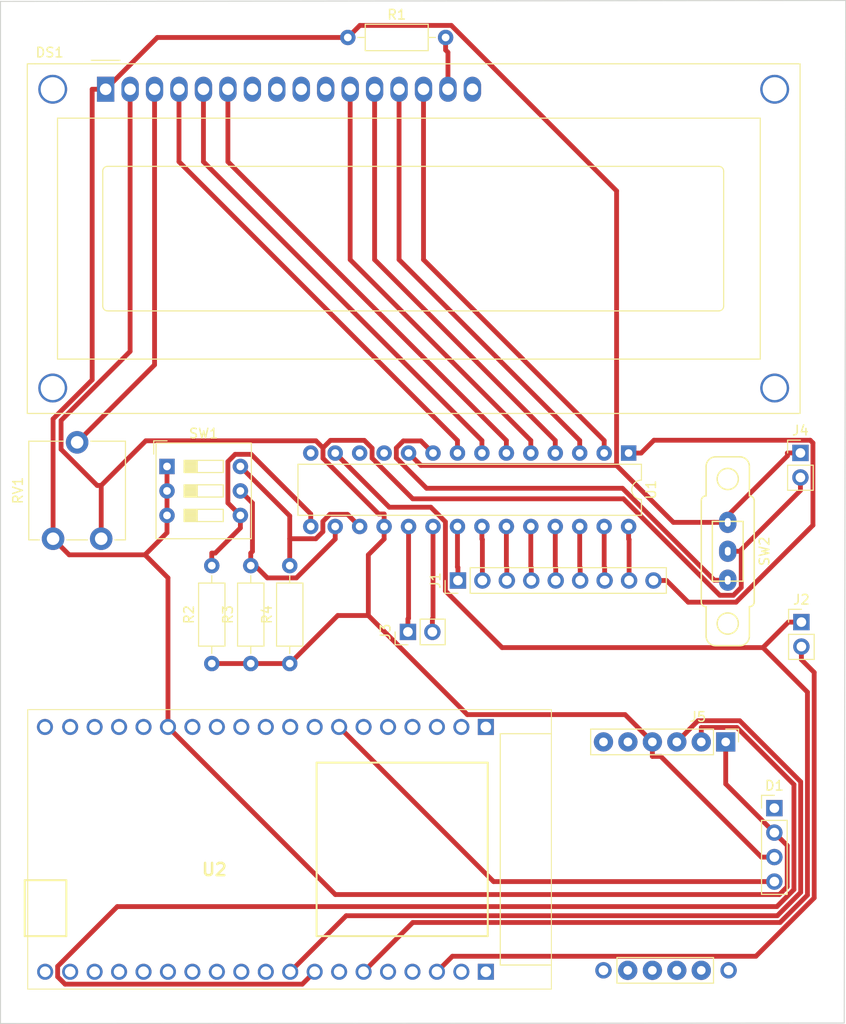
<source format=kicad_pcb>
(kicad_pcb (version 20171130) (host pcbnew "(5.1.12)-1")

  (general
    (thickness 1.6)
    (drawings 4)
    (tracks 216)
    (zones 0)
    (modules 16)
    (nets 73)
  )

  (page A4)
  (layers
    (0 F.Cu signal)
    (31 B.Cu signal)
    (32 B.Adhes user)
    (33 F.Adhes user)
    (34 B.Paste user)
    (35 F.Paste user)
    (36 B.SilkS user)
    (37 F.SilkS user)
    (38 B.Mask user)
    (39 F.Mask user)
    (40 Dwgs.User user)
    (41 Cmts.User user)
    (42 Eco1.User user)
    (43 Eco2.User user)
    (44 Edge.Cuts user)
    (45 Margin user)
    (46 B.CrtYd user)
    (47 F.CrtYd user)
    (48 B.Fab user)
    (49 F.Fab user)
  )

  (setup
    (last_trace_width 0.5)
    (user_trace_width 0.25)
    (trace_clearance 0.2)
    (zone_clearance 0.508)
    (zone_45_only no)
    (trace_min 0.2)
    (via_size 0.8)
    (via_drill 0.4)
    (via_min_size 0.4)
    (via_min_drill 0.3)
    (uvia_size 0.3)
    (uvia_drill 0.1)
    (uvias_allowed no)
    (uvia_min_size 0.2)
    (uvia_min_drill 0.1)
    (edge_width 0.05)
    (segment_width 0.2)
    (pcb_text_width 0.3)
    (pcb_text_size 1.5 1.5)
    (mod_edge_width 0.12)
    (mod_text_size 1 1)
    (mod_text_width 0.15)
    (pad_size 2.2 1.8)
    (pad_drill 2)
    (pad_to_mask_clearance 0)
    (aux_axis_origin 0 0)
    (visible_elements 7FFFFFFF)
    (pcbplotparams
      (layerselection 0x010fc_ffffffff)
      (usegerberextensions false)
      (usegerberattributes true)
      (usegerberadvancedattributes true)
      (creategerberjobfile true)
      (excludeedgelayer true)
      (linewidth 0.100000)
      (plotframeref false)
      (viasonmask false)
      (mode 1)
      (useauxorigin false)
      (hpglpennumber 1)
      (hpglpenspeed 20)
      (hpglpendiameter 15.000000)
      (psnegative false)
      (psa4output false)
      (plotreference true)
      (plotvalue true)
      (plotinvisibletext false)
      (padsonsilk false)
      (subtractmaskfromsilk false)
      (outputformat 1)
      (mirror false)
      (drillshape 1)
      (scaleselection 1)
      (outputdirectory ""))
  )

  (net 0 "")
  (net 1 "Net-(D1-Pad4)")
  (net 2 +5)
  (net 3 GND)
  (net 4 "Net-(D1-Pad1)")
  (net 5 "Net-(DS1-Pad16)")
  (net 6 "Net-(DS1-Pad15)")
  (net 7 D7)
  (net 8 D6)
  (net 9 D5)
  (net 10 D4)
  (net 11 "Net-(DS1-Pad10)")
  (net 12 "Net-(DS1-Pad9)")
  (net 13 "Net-(DS1-Pad8)")
  (net 14 "Net-(DS1-Pad7)")
  (net 15 E)
  (net 16 RW)
  (net 17 RS)
  (net 18 "Net-(DS1-Pad3)")
  (net 19 D0)
  (net 20 GPA7)
  (net 21 GPA6)
  (net 22 GPA5)
  (net 23 GPA4)
  (net 24 GPA3)
  (net 25 GPA2)
  (net 26 GPA1)
  (net 27 GPA0)
  (net 28 SCL)
  (net 29 SDA)
  (net 30 INTA)
  (net 31 INTB)
  (net 32 IO18)
  (net 33 IO19)
  (net 34 "Net-(U1-Pad14)")
  (net 35 SCK)
  (net 36 "Net-(U1-Pad11)")
  (net 37 "Net-(U2-Pad37)")
  (net 38 "Net-(U2-Pad36)")
  (net 39 "Net-(U2-Pad35)")
  (net 40 "Net-(U2-Pad34)")
  (net 41 "Net-(U2-Pad33)")
  (net 42 "Net-(U2-Pad32)")
  (net 43 "Net-(U2-Pad31)")
  (net 44 "Net-(U2-Pad30)")
  (net 45 "Net-(U2-Pad29)")
  (net 46 "Net-(U2-Pad26)")
  (net 47 "Net-(U2-Pad24)")
  (net 48 "Net-(U2-Pad23)")
  (net 49 "Net-(U2-Pad21)")
  (net 50 "Net-(U2-Pad20)")
  (net 51 "Net-(U2-Pad18)")
  (net 52 "Net-(U2-Pad17)")
  (net 53 "Net-(U2-Pad16)")
  (net 54 "Net-(U2-Pad15)")
  (net 55 "Net-(U2-Pad13)")
  (net 56 "Net-(U2-Pad12)")
  (net 57 "Net-(U2-Pad11)")
  (net 58 "Net-(U2-Pad10)")
  (net 59 "Net-(U2-Pad9)")
  (net 60 "Net-(U2-Pad8)")
  (net 61 "Net-(U2-Pad6)")
  (net 62 "Net-(U2-Pad5)")
  (net 63 "Net-(U2-Pad4)")
  (net 64 "Net-(U2-Pad3)")
  (net 65 "Net-(U2-Pad2)")
  (net 66 +3V3)
  (net 67 "Net-(U2-Pad19)")
  (net 68 "Net-(U2-Pad38)")
  (net 69 "Net-(SW2-Pad1)")
  (net 70 "Net-(R2-Pad2)")
  (net 71 "Net-(R3-Pad2)")
  (net 72 "Net-(R4-Pad2)")

  (net_class Default "This is the default net class."
    (clearance 0.2)
    (trace_width 0.5)
    (via_dia 0.8)
    (via_drill 0.4)
    (uvia_dia 0.3)
    (uvia_drill 0.1)
    (add_net +3V3)
    (add_net +5)
    (add_net D0)
    (add_net D4)
    (add_net D5)
    (add_net D6)
    (add_net D7)
    (add_net E)
    (add_net GND)
    (add_net GPA0)
    (add_net GPA1)
    (add_net GPA2)
    (add_net GPA3)
    (add_net GPA4)
    (add_net GPA5)
    (add_net GPA6)
    (add_net GPA7)
    (add_net INTA)
    (add_net INTB)
    (add_net IO18)
    (add_net IO19)
    (add_net "Net-(D1-Pad1)")
    (add_net "Net-(D1-Pad4)")
    (add_net "Net-(DS1-Pad10)")
    (add_net "Net-(DS1-Pad15)")
    (add_net "Net-(DS1-Pad16)")
    (add_net "Net-(DS1-Pad3)")
    (add_net "Net-(DS1-Pad7)")
    (add_net "Net-(DS1-Pad8)")
    (add_net "Net-(DS1-Pad9)")
    (add_net "Net-(R2-Pad2)")
    (add_net "Net-(R3-Pad2)")
    (add_net "Net-(R4-Pad2)")
    (add_net "Net-(SW2-Pad1)")
    (add_net "Net-(U1-Pad11)")
    (add_net "Net-(U1-Pad14)")
    (add_net "Net-(U2-Pad10)")
    (add_net "Net-(U2-Pad11)")
    (add_net "Net-(U2-Pad12)")
    (add_net "Net-(U2-Pad13)")
    (add_net "Net-(U2-Pad15)")
    (add_net "Net-(U2-Pad16)")
    (add_net "Net-(U2-Pad17)")
    (add_net "Net-(U2-Pad18)")
    (add_net "Net-(U2-Pad19)")
    (add_net "Net-(U2-Pad2)")
    (add_net "Net-(U2-Pad20)")
    (add_net "Net-(U2-Pad21)")
    (add_net "Net-(U2-Pad23)")
    (add_net "Net-(U2-Pad24)")
    (add_net "Net-(U2-Pad26)")
    (add_net "Net-(U2-Pad29)")
    (add_net "Net-(U2-Pad3)")
    (add_net "Net-(U2-Pad30)")
    (add_net "Net-(U2-Pad31)")
    (add_net "Net-(U2-Pad32)")
    (add_net "Net-(U2-Pad33)")
    (add_net "Net-(U2-Pad34)")
    (add_net "Net-(U2-Pad35)")
    (add_net "Net-(U2-Pad36)")
    (add_net "Net-(U2-Pad37)")
    (add_net "Net-(U2-Pad38)")
    (add_net "Net-(U2-Pad4)")
    (add_net "Net-(U2-Pad5)")
    (add_net "Net-(U2-Pad6)")
    (add_net "Net-(U2-Pad8)")
    (add_net "Net-(U2-Pad9)")
    (add_net RS)
    (add_net RW)
    (add_net SCK)
    (add_net SCL)
    (add_net SDA)
  )

  (net_class Def2 ""
    (clearance 0.2)
    (trace_width 0.25)
    (via_dia 0.8)
    (via_drill 0.4)
    (uvia_dia 0.3)
    (uvia_drill 0.1)
  )

  (module Package_DIP:DIP-28_W7.62mm (layer F.Cu) (tedit 5A02E8C5) (tstamp 631714E8)
    (at 62.6024 40.8095 270)
    (descr "28-lead though-hole mounted DIP package, row spacing 7.62 mm (300 mils)")
    (tags "THT DIP DIL PDIP 2.54mm 7.62mm 300mil")
    (path /630FB7F6)
    (fp_text reference U1 (at 3.81 -2.33 90) (layer F.SilkS)
      (effects (font (size 1 1) (thickness 0.15)))
    )
    (fp_text value MCP23017_SP (at 3.81 35.35 90) (layer F.Fab)
      (effects (font (size 1 1) (thickness 0.15)))
    )
    (fp_line (start 1.635 -1.27) (end 6.985 -1.27) (layer F.Fab) (width 0.1))
    (fp_line (start 6.985 -1.27) (end 6.985 34.29) (layer F.Fab) (width 0.1))
    (fp_line (start 6.985 34.29) (end 0.635 34.29) (layer F.Fab) (width 0.1))
    (fp_line (start 0.635 34.29) (end 0.635 -0.27) (layer F.Fab) (width 0.1))
    (fp_line (start 0.635 -0.27) (end 1.635 -1.27) (layer F.Fab) (width 0.1))
    (fp_line (start 2.81 -1.33) (end 1.16 -1.33) (layer F.SilkS) (width 0.12))
    (fp_line (start 1.16 -1.33) (end 1.16 34.35) (layer F.SilkS) (width 0.12))
    (fp_line (start 1.16 34.35) (end 6.46 34.35) (layer F.SilkS) (width 0.12))
    (fp_line (start 6.46 34.35) (end 6.46 -1.33) (layer F.SilkS) (width 0.12))
    (fp_line (start 6.46 -1.33) (end 4.81 -1.33) (layer F.SilkS) (width 0.12))
    (fp_line (start -1.1 -1.55) (end -1.1 34.55) (layer F.CrtYd) (width 0.05))
    (fp_line (start -1.1 34.55) (end 8.7 34.55) (layer F.CrtYd) (width 0.05))
    (fp_line (start 8.7 34.55) (end 8.7 -1.55) (layer F.CrtYd) (width 0.05))
    (fp_line (start 8.7 -1.55) (end -1.1 -1.55) (layer F.CrtYd) (width 0.05))
    (fp_text user %R (at 3.81 16.51 90) (layer F.Fab)
      (effects (font (size 1 1) (thickness 0.15)))
    )
    (fp_arc (start 3.81 -1.33) (end 2.81 -1.33) (angle -180) (layer F.SilkS) (width 0.12))
    (pad 28 thru_hole oval (at 7.62 0 270) (size 1.6 1.6) (drill 0.8) (layers *.Cu *.Mask)
      (net 20 GPA7))
    (pad 14 thru_hole oval (at 0 33.02 270) (size 1.6 1.6) (drill 0.8) (layers *.Cu *.Mask)
      (net 34 "Net-(U1-Pad14)"))
    (pad 27 thru_hole oval (at 7.62 2.54 270) (size 1.6 1.6) (drill 0.8) (layers *.Cu *.Mask)
      (net 21 GPA6))
    (pad 13 thru_hole oval (at 0 30.48 270) (size 1.6 1.6) (drill 0.8) (layers *.Cu *.Mask)
      (net 29 SDA))
    (pad 26 thru_hole oval (at 7.62 5.08 270) (size 1.6 1.6) (drill 0.8) (layers *.Cu *.Mask)
      (net 22 GPA5))
    (pad 12 thru_hole oval (at 0 27.94 270) (size 1.6 1.6) (drill 0.8) (layers *.Cu *.Mask)
      (net 35 SCK))
    (pad 25 thru_hole oval (at 7.62 7.62 270) (size 1.6 1.6) (drill 0.8) (layers *.Cu *.Mask)
      (net 23 GPA4))
    (pad 11 thru_hole oval (at 0 25.4 270) (size 1.6 1.6) (drill 0.8) (layers *.Cu *.Mask)
      (net 36 "Net-(U1-Pad11)"))
    (pad 24 thru_hole oval (at 7.62 10.16 270) (size 1.6 1.6) (drill 0.8) (layers *.Cu *.Mask)
      (net 24 GPA3))
    (pad 10 thru_hole oval (at 0 22.86 270) (size 1.6 1.6) (drill 0.8) (layers *.Cu *.Mask)
      (net 3 GND))
    (pad 23 thru_hole oval (at 7.62 12.7 270) (size 1.6 1.6) (drill 0.8) (layers *.Cu *.Mask)
      (net 25 GPA2))
    (pad 9 thru_hole oval (at 0 20.32 270) (size 1.6 1.6) (drill 0.8) (layers *.Cu *.Mask)
      (net 69 "Net-(SW2-Pad1)"))
    (pad 22 thru_hole oval (at 7.62 15.24 270) (size 1.6 1.6) (drill 0.8) (layers *.Cu *.Mask)
      (net 26 GPA1))
    (pad 8 thru_hole oval (at 0 17.78 270) (size 1.6 1.6) (drill 0.8) (layers *.Cu *.Mask)
      (net 17 RS))
    (pad 21 thru_hole oval (at 7.62 17.78 270) (size 1.6 1.6) (drill 0.8) (layers *.Cu *.Mask)
      (net 27 GPA0))
    (pad 7 thru_hole oval (at 0 15.24 270) (size 1.6 1.6) (drill 0.8) (layers *.Cu *.Mask)
      (net 16 RW))
    (pad 20 thru_hole oval (at 7.62 20.32 270) (size 1.6 1.6) (drill 0.8) (layers *.Cu *.Mask)
      (net 30 INTA))
    (pad 6 thru_hole oval (at 0 12.7 270) (size 1.6 1.6) (drill 0.8) (layers *.Cu *.Mask)
      (net 15 E))
    (pad 19 thru_hole oval (at 7.62 22.86 270) (size 1.6 1.6) (drill 0.8) (layers *.Cu *.Mask)
      (net 31 INTB))
    (pad 5 thru_hole oval (at 0 10.16 270) (size 1.6 1.6) (drill 0.8) (layers *.Cu *.Mask)
      (net 10 D4))
    (pad 18 thru_hole oval (at 7.62 25.4 270) (size 1.6 1.6) (drill 0.8) (layers *.Cu *.Mask)
      (net 2 +5))
    (pad 4 thru_hole oval (at 0 7.62 270) (size 1.6 1.6) (drill 0.8) (layers *.Cu *.Mask)
      (net 9 D5))
    (pad 17 thru_hole oval (at 7.62 27.94 270) (size 1.6 1.6) (drill 0.8) (layers *.Cu *.Mask)
      (net 72 "Net-(R4-Pad2)"))
    (pad 3 thru_hole oval (at 0 5.08 270) (size 1.6 1.6) (drill 0.8) (layers *.Cu *.Mask)
      (net 8 D6))
    (pad 16 thru_hole oval (at 7.62 30.48 270) (size 1.6 1.6) (drill 0.8) (layers *.Cu *.Mask)
      (net 71 "Net-(R3-Pad2)"))
    (pad 2 thru_hole oval (at 0 2.54 270) (size 1.6 1.6) (drill 0.8) (layers *.Cu *.Mask)
      (net 7 D7))
    (pad 15 thru_hole oval (at 7.62 33.02 270) (size 1.6 1.6) (drill 0.8) (layers *.Cu *.Mask)
      (net 70 "Net-(R2-Pad2)"))
    (pad 1 thru_hole rect (at 0 0 270) (size 1.6 1.6) (drill 0.8) (layers *.Cu *.Mask)
      (net 19 D0))
    (model ${KISYS3DMOD}/Package_DIP.3dshapes/DIP-28_W7.62mm.wrl
      (at (xyz 0 0 0))
      (scale (xyz 1 1 1))
      (rotate (xyz 0 0 0))
    )
  )

  (module Resistor_THT:R_Axial_DIN0207_L6.3mm_D2.5mm_P10.16mm_Horizontal (layer F.Cu) (tedit 5AE5139B) (tstamp 63215263)
    (at 27.4 62.65 90)
    (descr "Resistor, Axial_DIN0207 series, Axial, Horizontal, pin pitch=10.16mm, 0.25W = 1/4W, length*diameter=6.3*2.5mm^2, http://cdn-reichelt.de/documents/datenblatt/B400/1_4W%23YAG.pdf")
    (tags "Resistor Axial_DIN0207 series Axial Horizontal pin pitch 10.16mm 0.25W = 1/4W length 6.3mm diameter 2.5mm")
    (path /63223991)
    (fp_text reference R4 (at 5.08 -2.37 90) (layer F.SilkS)
      (effects (font (size 1 1) (thickness 0.15)))
    )
    (fp_text value 10k (at 5.08 2.37 90) (layer F.Fab)
      (effects (font (size 1 1) (thickness 0.15)))
    )
    (fp_text user %R (at 5.08 0 90) (layer F.Fab)
      (effects (font (size 1 1) (thickness 0.15)))
    )
    (fp_line (start 1.93 -1.25) (end 1.93 1.25) (layer F.Fab) (width 0.1))
    (fp_line (start 1.93 1.25) (end 8.23 1.25) (layer F.Fab) (width 0.1))
    (fp_line (start 8.23 1.25) (end 8.23 -1.25) (layer F.Fab) (width 0.1))
    (fp_line (start 8.23 -1.25) (end 1.93 -1.25) (layer F.Fab) (width 0.1))
    (fp_line (start 0 0) (end 1.93 0) (layer F.Fab) (width 0.1))
    (fp_line (start 10.16 0) (end 8.23 0) (layer F.Fab) (width 0.1))
    (fp_line (start 1.81 -1.37) (end 1.81 1.37) (layer F.SilkS) (width 0.12))
    (fp_line (start 1.81 1.37) (end 8.35 1.37) (layer F.SilkS) (width 0.12))
    (fp_line (start 8.35 1.37) (end 8.35 -1.37) (layer F.SilkS) (width 0.12))
    (fp_line (start 8.35 -1.37) (end 1.81 -1.37) (layer F.SilkS) (width 0.12))
    (fp_line (start 1.04 0) (end 1.81 0) (layer F.SilkS) (width 0.12))
    (fp_line (start 9.12 0) (end 8.35 0) (layer F.SilkS) (width 0.12))
    (fp_line (start -1.05 -1.5) (end -1.05 1.5) (layer F.CrtYd) (width 0.05))
    (fp_line (start -1.05 1.5) (end 11.21 1.5) (layer F.CrtYd) (width 0.05))
    (fp_line (start 11.21 1.5) (end 11.21 -1.5) (layer F.CrtYd) (width 0.05))
    (fp_line (start 11.21 -1.5) (end -1.05 -1.5) (layer F.CrtYd) (width 0.05))
    (pad 2 thru_hole oval (at 10.16 0 90) (size 1.6 1.6) (drill 0.8) (layers *.Cu *.Mask)
      (net 72 "Net-(R4-Pad2)"))
    (pad 1 thru_hole circle (at 0 0 90) (size 1.6 1.6) (drill 0.8) (layers *.Cu *.Mask)
      (net 2 +5))
    (model ${KISYS3DMOD}/Resistor_THT.3dshapes/R_Axial_DIN0207_L6.3mm_D2.5mm_P10.16mm_Horizontal.wrl
      (at (xyz 0 0 0))
      (scale (xyz 1 1 1))
      (rotate (xyz 0 0 0))
    )
  )

  (module Resistor_THT:R_Axial_DIN0207_L6.3mm_D2.5mm_P10.16mm_Horizontal (layer F.Cu) (tedit 5AE5139B) (tstamp 6321524C)
    (at 23.35 62.65 90)
    (descr "Resistor, Axial_DIN0207 series, Axial, Horizontal, pin pitch=10.16mm, 0.25W = 1/4W, length*diameter=6.3*2.5mm^2, http://cdn-reichelt.de/documents/datenblatt/B400/1_4W%23YAG.pdf")
    (tags "Resistor Axial_DIN0207 series Axial Horizontal pin pitch 10.16mm 0.25W = 1/4W length 6.3mm diameter 2.5mm")
    (path /63223365)
    (fp_text reference R3 (at 5.08 -2.37 90) (layer F.SilkS)
      (effects (font (size 1 1) (thickness 0.15)))
    )
    (fp_text value 10k (at 5.08 2.37 90) (layer F.Fab)
      (effects (font (size 1 1) (thickness 0.15)))
    )
    (fp_text user %R (at 5.08 0 90) (layer F.Fab)
      (effects (font (size 1 1) (thickness 0.15)))
    )
    (fp_line (start 1.93 -1.25) (end 1.93 1.25) (layer F.Fab) (width 0.1))
    (fp_line (start 1.93 1.25) (end 8.23 1.25) (layer F.Fab) (width 0.1))
    (fp_line (start 8.23 1.25) (end 8.23 -1.25) (layer F.Fab) (width 0.1))
    (fp_line (start 8.23 -1.25) (end 1.93 -1.25) (layer F.Fab) (width 0.1))
    (fp_line (start 0 0) (end 1.93 0) (layer F.Fab) (width 0.1))
    (fp_line (start 10.16 0) (end 8.23 0) (layer F.Fab) (width 0.1))
    (fp_line (start 1.81 -1.37) (end 1.81 1.37) (layer F.SilkS) (width 0.12))
    (fp_line (start 1.81 1.37) (end 8.35 1.37) (layer F.SilkS) (width 0.12))
    (fp_line (start 8.35 1.37) (end 8.35 -1.37) (layer F.SilkS) (width 0.12))
    (fp_line (start 8.35 -1.37) (end 1.81 -1.37) (layer F.SilkS) (width 0.12))
    (fp_line (start 1.04 0) (end 1.81 0) (layer F.SilkS) (width 0.12))
    (fp_line (start 9.12 0) (end 8.35 0) (layer F.SilkS) (width 0.12))
    (fp_line (start -1.05 -1.5) (end -1.05 1.5) (layer F.CrtYd) (width 0.05))
    (fp_line (start -1.05 1.5) (end 11.21 1.5) (layer F.CrtYd) (width 0.05))
    (fp_line (start 11.21 1.5) (end 11.21 -1.5) (layer F.CrtYd) (width 0.05))
    (fp_line (start 11.21 -1.5) (end -1.05 -1.5) (layer F.CrtYd) (width 0.05))
    (pad 2 thru_hole oval (at 10.16 0 90) (size 1.6 1.6) (drill 0.8) (layers *.Cu *.Mask)
      (net 71 "Net-(R3-Pad2)"))
    (pad 1 thru_hole circle (at 0 0 90) (size 1.6 1.6) (drill 0.8) (layers *.Cu *.Mask)
      (net 2 +5))
    (model ${KISYS3DMOD}/Resistor_THT.3dshapes/R_Axial_DIN0207_L6.3mm_D2.5mm_P10.16mm_Horizontal.wrl
      (at (xyz 0 0 0))
      (scale (xyz 1 1 1))
      (rotate (xyz 0 0 0))
    )
  )

  (module Resistor_THT:R_Axial_DIN0207_L6.3mm_D2.5mm_P10.16mm_Horizontal (layer F.Cu) (tedit 5AE5139B) (tstamp 63215235)
    (at 19.3 62.65 90)
    (descr "Resistor, Axial_DIN0207 series, Axial, Horizontal, pin pitch=10.16mm, 0.25W = 1/4W, length*diameter=6.3*2.5mm^2, http://cdn-reichelt.de/documents/datenblatt/B400/1_4W%23YAG.pdf")
    (tags "Resistor Axial_DIN0207 series Axial Horizontal pin pitch 10.16mm 0.25W = 1/4W length 6.3mm diameter 2.5mm")
    (path /6321D79A)
    (fp_text reference R2 (at 5.08 -2.37 90) (layer F.SilkS)
      (effects (font (size 1 1) (thickness 0.15)))
    )
    (fp_text value 10k (at 5.08 2.37 90) (layer F.Fab)
      (effects (font (size 1 1) (thickness 0.15)))
    )
    (fp_text user %R (at 5.08 0 90) (layer F.Fab)
      (effects (font (size 1 1) (thickness 0.15)))
    )
    (fp_line (start 1.93 -1.25) (end 1.93 1.25) (layer F.Fab) (width 0.1))
    (fp_line (start 1.93 1.25) (end 8.23 1.25) (layer F.Fab) (width 0.1))
    (fp_line (start 8.23 1.25) (end 8.23 -1.25) (layer F.Fab) (width 0.1))
    (fp_line (start 8.23 -1.25) (end 1.93 -1.25) (layer F.Fab) (width 0.1))
    (fp_line (start 0 0) (end 1.93 0) (layer F.Fab) (width 0.1))
    (fp_line (start 10.16 0) (end 8.23 0) (layer F.Fab) (width 0.1))
    (fp_line (start 1.81 -1.37) (end 1.81 1.37) (layer F.SilkS) (width 0.12))
    (fp_line (start 1.81 1.37) (end 8.35 1.37) (layer F.SilkS) (width 0.12))
    (fp_line (start 8.35 1.37) (end 8.35 -1.37) (layer F.SilkS) (width 0.12))
    (fp_line (start 8.35 -1.37) (end 1.81 -1.37) (layer F.SilkS) (width 0.12))
    (fp_line (start 1.04 0) (end 1.81 0) (layer F.SilkS) (width 0.12))
    (fp_line (start 9.12 0) (end 8.35 0) (layer F.SilkS) (width 0.12))
    (fp_line (start -1.05 -1.5) (end -1.05 1.5) (layer F.CrtYd) (width 0.05))
    (fp_line (start -1.05 1.5) (end 11.21 1.5) (layer F.CrtYd) (width 0.05))
    (fp_line (start 11.21 1.5) (end 11.21 -1.5) (layer F.CrtYd) (width 0.05))
    (fp_line (start 11.21 -1.5) (end -1.05 -1.5) (layer F.CrtYd) (width 0.05))
    (pad 2 thru_hole oval (at 10.16 0 90) (size 1.6 1.6) (drill 0.8) (layers *.Cu *.Mask)
      (net 70 "Net-(R2-Pad2)"))
    (pad 1 thru_hole circle (at 0 0 90) (size 1.6 1.6) (drill 0.8) (layers *.Cu *.Mask)
      (net 2 +5))
    (model ${KISYS3DMOD}/Resistor_THT.3dshapes/R_Axial_DIN0207_L6.3mm_D2.5mm_P10.16mm_Horizontal.wrl
      (at (xyz 0 0 0))
      (scale (xyz 1 1 1))
      (rotate (xyz 0 0 0))
    )
  )

  (module Custom_Footprints:Slide_Switch_SPDT_ThroughHole (layer F.Cu) (tedit 5835D15B) (tstamp 631714B8)
    (at 72.9 51 90)
    (tags "switch, 1p2t, slide, spdt")
    (path /630FDDC1)
    (fp_text reference SW2 (at 0 3.81 90) (layer F.SilkS)
      (effects (font (size 1 1) (thickness 0.15)))
    )
    (fp_text value SW_SPDT (at 0 -3.81 90) (layer F.Fab)
      (effects (font (size 1 1) (thickness 0.15)))
    )
    (fp_arc (start -5.25 -2.25) (end -5.75 -2.25) (angle 90) (layer F.SilkS) (width 0.15))
    (fp_arc (start 5.25 -2.25) (end 5.25 -2.75) (angle 90) (layer F.SilkS) (width 0.15))
    (fp_arc (start 5.25 2.25) (end 5.75 2.25) (angle 90) (layer F.SilkS) (width 0.15))
    (fp_arc (start -5.25 2.25) (end -5.25 2.75) (angle 90) (layer F.SilkS) (width 0.15))
    (fp_arc (start -8.8 1.25) (end -8.8 2.25) (angle 90) (layer F.SilkS) (width 0.15))
    (fp_arc (start -8.8 -1.25) (end -9.8 -1.25) (angle 90) (layer F.SilkS) (width 0.15))
    (fp_arc (start 8.8 1.25) (end 9.8 1.25) (angle 90) (layer F.SilkS) (width 0.15))
    (fp_arc (start 8.8 -1.25) (end 8.8 -2.25) (angle 90) (layer F.SilkS) (width 0.15))
    (fp_line (start -3.1 1.6) (end -3.1 -1.6) (layer F.SilkS) (width 0.15))
    (fp_line (start 3.1 1.6) (end 3.1 -1.6) (layer F.SilkS) (width 0.15))
    (fp_line (start -3.1 1.6) (end 3.1 1.6) (layer F.SilkS) (width 0.15))
    (fp_line (start -3.1 -1.6) (end 3.1 -1.6) (layer F.SilkS) (width 0.15))
    (fp_line (start -5.25 2.75) (end 5.25 2.75) (layer F.SilkS) (width 0.15))
    (fp_line (start 5.75 2.25) (end 8.8 2.25) (layer F.SilkS) (width 0.15))
    (fp_line (start 5.75 -2.25) (end 8.8 -2.25) (layer F.SilkS) (width 0.15))
    (fp_line (start 9.8 -1.25) (end 9.8 1.25) (layer F.SilkS) (width 0.15))
    (fp_line (start -8.8 2.25) (end -5.75 2.25) (layer F.SilkS) (width 0.15))
    (fp_line (start -9.8 -1.25) (end -9.8 1.25) (layer F.SilkS) (width 0.15))
    (fp_line (start -5.25 -2.75) (end 5.25 -2.75) (layer F.SilkS) (width 0.15))
    (fp_line (start -8.8 -2.25) (end -5.75 -2.25) (layer F.SilkS) (width 0.15))
    (fp_circle (center -7.5 0) (end -8.6 0) (layer F.SilkS) (width 0.15))
    (fp_circle (center 7.5 0) (end 8.6 0) (layer F.SilkS) (width 0.15))
    (pad 2 thru_hole oval (at 0 0 90) (size 2.2 1.8) (drill oval 0.9 0.6) (layers *.Cu *.Mask)
      (net 2 +5))
    (pad 1 thru_hole oval (at -3 0 90) (size 2.2 1.8) (drill oval 0.9 0.6) (layers *.Cu *.Mask)
      (net 69 "Net-(SW2-Pad1)"))
    (pad 3 thru_hole oval (at 3 0 90) (size 2.2 1.8) (drill oval 0.9 0.6) (layers *.Cu *.Mask)
      (net 3 GND))
  )

  (module MODULOS:Esp32wroverD (layer F.Cu) (tedit 63164DD2) (tstamp 63171532)
    (at 25.3695 81.9302)
    (descr "FireBeetle ESP32")
    (tags "Undefined or Miscellaneous")
    (path /63191267)
    (fp_text reference U2 (at -5.8 2.1) (layer F.SilkS)
      (effects (font (size 1.27 1.27) (thickness 0.254)))
    )
    (fp_text value ESP32-DEVKITC-32D (at -4.5 -0.3) (layer F.SilkS) hide
      (effects (font (size 1.27 1.27) (thickness 0.254)))
    )
    (fp_line (start 23.9 12) (end 29.2 12) (layer F.SilkS) (width 0.12))
    (fp_line (start 23.9 -12) (end 23.9 12) (layer F.SilkS) (width 0.12))
    (fp_line (start 29.2 -12) (end 23.9 -12) (layer F.SilkS) (width 0.12))
    (fp_line (start -25.19 -14.5) (end 29.2 -14.5) (layer F.Fab) (width 0.2))
    (fp_line (start 29.2 -14.5) (end 29.2 14.5) (layer F.Fab) (width 0.2))
    (fp_line (start 29.2 14.5) (end -25.19 14.5) (layer F.Fab) (width 0.2))
    (fp_line (start -25.19 14.5) (end -25.19 -14.5) (layer F.Fab) (width 0.2))
    (fp_line (start -25.19 -14.5) (end 29.21 -14.5) (layer F.SilkS) (width 0.1))
    (fp_line (start 29.21 -14.5) (end 29.21 14.5) (layer F.SilkS) (width 0.1))
    (fp_line (start 29.21 14.5) (end -25.19 14.5) (layer F.SilkS) (width 0.1))
    (fp_line (start -25.19 14.5) (end -25.19 -14.5) (layer F.SilkS) (width 0.1))
    (fp_line (start -26.19 -15.5) (end 30.2 -15.5) (layer F.CrtYd) (width 0.1))
    (fp_line (start 30.2 -15.5) (end 30.2 15.5) (layer F.CrtYd) (width 0.1))
    (fp_line (start 30.2 15.5) (end -26.19 15.5) (layer F.CrtYd) (width 0.1))
    (fp_line (start -26.19 15.5) (end -26.19 -15.5) (layer F.CrtYd) (width 0.1))
    (fp_line (start 22.6 -9) (end 4.82 -9) (layer F.Fab) (width 0.2))
    (fp_line (start 4.82 -9) (end 4.82 9) (layer F.Fab) (width 0.2))
    (fp_line (start 4.82 9) (end 22.6 9) (layer F.Fab) (width 0.2))
    (fp_line (start 22.6 9) (end 22.6 -9) (layer F.Fab) (width 0.2))
    (fp_line (start -25.5 3.199) (end -21.178 3.199) (layer F.Fab) (width 0.2))
    (fp_line (start -21.178 3.199) (end -21.178 9.005) (layer F.Fab) (width 0.2))
    (fp_line (start -21.178 9.005) (end -25.5 9.005) (layer F.Fab) (width 0.2))
    (fp_line (start -25.5 3.199) (end -25.5 9.005) (layer F.Fab) (width 0.2))
    (fp_line (start 4.82 -9) (end 4.82 9) (layer F.SilkS) (width 0.2))
    (fp_line (start 4.82 9) (end 22.6 9) (layer F.SilkS) (width 0.2))
    (fp_line (start 22.6 9) (end 22.6 -9) (layer F.SilkS) (width 0.2))
    (fp_line (start 22.6 -9) (end 4.82 -9) (layer F.SilkS) (width 0.2))
    (fp_line (start -25.5 3.199) (end -25.5 9.005) (layer F.SilkS) (width 0.2))
    (fp_line (start -25.5 9.005) (end -21.178 9.005) (layer F.SilkS) (width 0.2))
    (fp_line (start -21.178 9.005) (end -21.178 3.199) (layer F.SilkS) (width 0.2))
    (fp_line (start -21.178 3.199) (end -25.5 3.199) (layer F.SilkS) (width 0.2))
    (fp_text user %R (at -1.5 2.1) (layer F.Fab)
      (effects (font (size 1.27 1.27) (thickness 0.254)))
    )
    (pad 37 thru_hole circle (at -20.78 12.7) (size 1.665 1.665) (drill 1.11) (layers *.Cu *.Mask)
      (net 37 "Net-(U2-Pad37)"))
    (pad 36 thru_hole circle (at -18.24 12.7) (size 1.665 1.665) (drill 1.11) (layers *.Cu *.Mask)
      (net 38 "Net-(U2-Pad36)"))
    (pad 35 thru_hole circle (at -15.7 12.7) (size 1.665 1.665) (drill 1.11) (layers *.Cu *.Mask)
      (net 39 "Net-(U2-Pad35)"))
    (pad 34 thru_hole circle (at -13.16 12.7) (size 1.665 1.665) (drill 1.11) (layers *.Cu *.Mask)
      (net 40 "Net-(U2-Pad34)"))
    (pad 33 thru_hole circle (at -10.62 12.7) (size 1.665 1.665) (drill 1.11) (layers *.Cu *.Mask)
      (net 41 "Net-(U2-Pad33)"))
    (pad 32 thru_hole circle (at -8.08 12.7) (size 1.665 1.665) (drill 1.11) (layers *.Cu *.Mask)
      (net 42 "Net-(U2-Pad32)"))
    (pad 31 thru_hole circle (at -5.54 12.7) (size 1.665 1.665) (drill 1.11) (layers *.Cu *.Mask)
      (net 43 "Net-(U2-Pad31)"))
    (pad 30 thru_hole circle (at -3 12.7) (size 1.665 1.665) (drill 1.11) (layers *.Cu *.Mask)
      (net 44 "Net-(U2-Pad30)"))
    (pad 29 thru_hole circle (at -0.46 12.7) (size 1.665 1.665) (drill 1.11) (layers *.Cu *.Mask)
      (net 45 "Net-(U2-Pad29)"))
    (pad 28 thru_hole circle (at 2.08 12.7) (size 1.665 1.665) (drill 1.11) (layers *.Cu *.Mask)
      (net 32 IO18))
    (pad 27 thru_hole circle (at 4.62 12.7) (size 1.665 1.665) (drill 1.11) (layers *.Cu *.Mask)
      (net 33 IO19))
    (pad 26 thru_hole circle (at 7.16 12.7) (size 1.665 1.665) (drill 1.11) (layers *.Cu *.Mask)
      (net 46 "Net-(U2-Pad26)"))
    (pad 25 thru_hole circle (at 9.7 12.7) (size 1.665 1.665) (drill 1.11) (layers *.Cu *.Mask)
      (net 29 SDA))
    (pad 24 thru_hole circle (at 12.24 12.7) (size 1.665 1.665) (drill 1.11) (layers *.Cu *.Mask)
      (net 47 "Net-(U2-Pad24)"))
    (pad 23 thru_hole circle (at 14.78 12.7) (size 1.665 1.665) (drill 1.11) (layers *.Cu *.Mask)
      (net 48 "Net-(U2-Pad23)"))
    (pad 22 thru_hole circle (at 17.32 12.7) (size 1.665 1.665) (drill 1.11) (layers *.Cu *.Mask)
      (net 28 SCL))
    (pad 21 thru_hole circle (at 19.86 12.7) (size 1.665 1.665) (drill 1.11) (layers *.Cu *.Mask)
      (net 49 "Net-(U2-Pad21)"))
    (pad 20 thru_hole rect (at 22.4 12.7) (size 1.665 1.665) (drill 1.11) (layers *.Cu *.Mask)
      (net 50 "Net-(U2-Pad20)"))
    (pad 18 thru_hole circle (at -20.78 -12.7) (size 1.665 1.665) (drill 1.11) (layers *.Cu *.Mask)
      (net 51 "Net-(U2-Pad18)"))
    (pad 17 thru_hole circle (at -18.24 -12.7) (size 1.665 1.665) (drill 1.11) (layers *.Cu *.Mask)
      (net 52 "Net-(U2-Pad17)"))
    (pad 16 thru_hole circle (at -15.7 -12.7) (size 1.665 1.665) (drill 1.11) (layers *.Cu *.Mask)
      (net 53 "Net-(U2-Pad16)"))
    (pad 15 thru_hole circle (at -13.16 -12.7) (size 1.665 1.665) (drill 1.11) (layers *.Cu *.Mask)
      (net 54 "Net-(U2-Pad15)"))
    (pad 14 thru_hole circle (at -10.62 -12.7) (size 1.665 1.665) (drill 1.11) (layers *.Cu *.Mask)
      (net 3 GND))
    (pad 13 thru_hole circle (at -8.08 -12.7) (size 1.665 1.665) (drill 1.11) (layers *.Cu *.Mask)
      (net 55 "Net-(U2-Pad13)"))
    (pad 12 thru_hole circle (at -5.54 -12.7) (size 1.665 1.665) (drill 1.11) (layers *.Cu *.Mask)
      (net 56 "Net-(U2-Pad12)"))
    (pad 11 thru_hole circle (at -3 -12.7) (size 1.665 1.665) (drill 1.11) (layers *.Cu *.Mask)
      (net 57 "Net-(U2-Pad11)"))
    (pad 10 thru_hole circle (at -0.46 -12.7) (size 1.665 1.665) (drill 1.11) (layers *.Cu *.Mask)
      (net 58 "Net-(U2-Pad10)"))
    (pad 9 thru_hole circle (at 2.08 -12.7) (size 1.665 1.665) (drill 1.11) (layers *.Cu *.Mask)
      (net 59 "Net-(U2-Pad9)"))
    (pad 8 thru_hole circle (at 4.62 -12.7) (size 1.665 1.665) (drill 1.11) (layers *.Cu *.Mask)
      (net 60 "Net-(U2-Pad8)"))
    (pad 7 thru_hole circle (at 7.16 -12.7) (size 1.665 1.665) (drill 1.11) (layers *.Cu *.Mask)
      (net 1 "Net-(D1-Pad4)"))
    (pad 6 thru_hole circle (at 9.7 -12.7) (size 1.665 1.665) (drill 1.11) (layers *.Cu *.Mask)
      (net 61 "Net-(U2-Pad6)"))
    (pad 5 thru_hole circle (at 12.24 -12.7) (size 1.665 1.665) (drill 1.11) (layers *.Cu *.Mask)
      (net 62 "Net-(U2-Pad5)"))
    (pad 4 thru_hole circle (at 14.78 -12.7) (size 1.665 1.665) (drill 1.11) (layers *.Cu *.Mask)
      (net 63 "Net-(U2-Pad4)"))
    (pad 3 thru_hole circle (at 17.32 -12.7) (size 1.665 1.665) (drill 1.11) (layers *.Cu *.Mask)
      (net 64 "Net-(U2-Pad3)"))
    (pad 2 thru_hole circle (at 19.86 -12.7) (size 1.665 1.665) (drill 1.11) (layers *.Cu *.Mask)
      (net 65 "Net-(U2-Pad2)"))
    (pad 1 thru_hole rect (at 22.4 -12.7) (size 1.665 1.665) (drill 1.11) (layers *.Cu *.Mask)
      (net 66 +3V3))
    (pad 19 thru_hole circle (at -23.4 -12.7) (size 1.665 1.665) (drill 1.11) (layers *.Cu *.Mask)
      (net 67 "Net-(U2-Pad19)"))
    (pad 38 thru_hole circle (at -23.38 12.7) (size 1.665 1.665) (drill 1.11) (layers *.Cu *.Mask)
      (net 68 "Net-(U2-Pad38)"))
    (model DFR0478.stp
      (offset (xyz 3.739999953367545 0 0.8500000110761464))
      (scale (xyz 1 1 1))
      (rotate (xyz 0 0 -90))
    )
  )

  (module Button_Switch_THT:SW_DIP_SPSTx03_Slide_9.78x9.8mm_W7.62mm_P2.54mm (layer F.Cu) (tedit 5A4E1404) (tstamp 6317149B)
    (at 14.65 42.2)
    (descr "3x-dip-switch SPST , Slide, row spacing 7.62 mm (300 mils), body size 9.78x9.8mm (see e.g. https://www.ctscorp.com/wp-content/uploads/206-208.pdf)")
    (tags "DIP Switch SPST Slide 7.62mm 300mil")
    (path /6310257E)
    (fp_text reference SW1 (at 3.81 -3.42) (layer F.SilkS)
      (effects (font (size 1 1) (thickness 0.15)))
    )
    (fp_text value SW_DIP_x03 (at 3.81 8.5) (layer F.Fab)
      (effects (font (size 1 1) (thickness 0.15)))
    )
    (fp_line (start -0.08 -2.36) (end 8.7 -2.36) (layer F.Fab) (width 0.1))
    (fp_line (start 8.7 -2.36) (end 8.7 7.44) (layer F.Fab) (width 0.1))
    (fp_line (start 8.7 7.44) (end -1.08 7.44) (layer F.Fab) (width 0.1))
    (fp_line (start -1.08 7.44) (end -1.08 -1.36) (layer F.Fab) (width 0.1))
    (fp_line (start -1.08 -1.36) (end -0.08 -2.36) (layer F.Fab) (width 0.1))
    (fp_line (start 1.78 -0.635) (end 1.78 0.635) (layer F.Fab) (width 0.1))
    (fp_line (start 1.78 0.635) (end 5.84 0.635) (layer F.Fab) (width 0.1))
    (fp_line (start 5.84 0.635) (end 5.84 -0.635) (layer F.Fab) (width 0.1))
    (fp_line (start 5.84 -0.635) (end 1.78 -0.635) (layer F.Fab) (width 0.1))
    (fp_line (start 1.78 -0.535) (end 3.133333 -0.535) (layer F.Fab) (width 0.1))
    (fp_line (start 1.78 -0.435) (end 3.133333 -0.435) (layer F.Fab) (width 0.1))
    (fp_line (start 1.78 -0.335) (end 3.133333 -0.335) (layer F.Fab) (width 0.1))
    (fp_line (start 1.78 -0.235) (end 3.133333 -0.235) (layer F.Fab) (width 0.1))
    (fp_line (start 1.78 -0.135) (end 3.133333 -0.135) (layer F.Fab) (width 0.1))
    (fp_line (start 1.78 -0.035) (end 3.133333 -0.035) (layer F.Fab) (width 0.1))
    (fp_line (start 1.78 0.065) (end 3.133333 0.065) (layer F.Fab) (width 0.1))
    (fp_line (start 1.78 0.165) (end 3.133333 0.165) (layer F.Fab) (width 0.1))
    (fp_line (start 1.78 0.265) (end 3.133333 0.265) (layer F.Fab) (width 0.1))
    (fp_line (start 1.78 0.365) (end 3.133333 0.365) (layer F.Fab) (width 0.1))
    (fp_line (start 1.78 0.465) (end 3.133333 0.465) (layer F.Fab) (width 0.1))
    (fp_line (start 1.78 0.565) (end 3.133333 0.565) (layer F.Fab) (width 0.1))
    (fp_line (start 3.133333 -0.635) (end 3.133333 0.635) (layer F.Fab) (width 0.1))
    (fp_line (start 1.78 1.905) (end 1.78 3.175) (layer F.Fab) (width 0.1))
    (fp_line (start 1.78 3.175) (end 5.84 3.175) (layer F.Fab) (width 0.1))
    (fp_line (start 5.84 3.175) (end 5.84 1.905) (layer F.Fab) (width 0.1))
    (fp_line (start 5.84 1.905) (end 1.78 1.905) (layer F.Fab) (width 0.1))
    (fp_line (start 1.78 2.005) (end 3.133333 2.005) (layer F.Fab) (width 0.1))
    (fp_line (start 1.78 2.105) (end 3.133333 2.105) (layer F.Fab) (width 0.1))
    (fp_line (start 1.78 2.205) (end 3.133333 2.205) (layer F.Fab) (width 0.1))
    (fp_line (start 1.78 2.305) (end 3.133333 2.305) (layer F.Fab) (width 0.1))
    (fp_line (start 1.78 2.405) (end 3.133333 2.405) (layer F.Fab) (width 0.1))
    (fp_line (start 1.78 2.505) (end 3.133333 2.505) (layer F.Fab) (width 0.1))
    (fp_line (start 1.78 2.605) (end 3.133333 2.605) (layer F.Fab) (width 0.1))
    (fp_line (start 1.78 2.705) (end 3.133333 2.705) (layer F.Fab) (width 0.1))
    (fp_line (start 1.78 2.805) (end 3.133333 2.805) (layer F.Fab) (width 0.1))
    (fp_line (start 1.78 2.905) (end 3.133333 2.905) (layer F.Fab) (width 0.1))
    (fp_line (start 1.78 3.005) (end 3.133333 3.005) (layer F.Fab) (width 0.1))
    (fp_line (start 1.78 3.105) (end 3.133333 3.105) (layer F.Fab) (width 0.1))
    (fp_line (start 3.133333 1.905) (end 3.133333 3.175) (layer F.Fab) (width 0.1))
    (fp_line (start 1.78 4.445) (end 1.78 5.715) (layer F.Fab) (width 0.1))
    (fp_line (start 1.78 5.715) (end 5.84 5.715) (layer F.Fab) (width 0.1))
    (fp_line (start 5.84 5.715) (end 5.84 4.445) (layer F.Fab) (width 0.1))
    (fp_line (start 5.84 4.445) (end 1.78 4.445) (layer F.Fab) (width 0.1))
    (fp_line (start 1.78 4.545) (end 3.133333 4.545) (layer F.Fab) (width 0.1))
    (fp_line (start 1.78 4.645) (end 3.133333 4.645) (layer F.Fab) (width 0.1))
    (fp_line (start 1.78 4.745) (end 3.133333 4.745) (layer F.Fab) (width 0.1))
    (fp_line (start 1.78 4.845) (end 3.133333 4.845) (layer F.Fab) (width 0.1))
    (fp_line (start 1.78 4.945) (end 3.133333 4.945) (layer F.Fab) (width 0.1))
    (fp_line (start 1.78 5.045) (end 3.133333 5.045) (layer F.Fab) (width 0.1))
    (fp_line (start 1.78 5.145) (end 3.133333 5.145) (layer F.Fab) (width 0.1))
    (fp_line (start 1.78 5.245) (end 3.133333 5.245) (layer F.Fab) (width 0.1))
    (fp_line (start 1.78 5.345) (end 3.133333 5.345) (layer F.Fab) (width 0.1))
    (fp_line (start 1.78 5.445) (end 3.133333 5.445) (layer F.Fab) (width 0.1))
    (fp_line (start 1.78 5.545) (end 3.133333 5.545) (layer F.Fab) (width 0.1))
    (fp_line (start 1.78 5.645) (end 3.133333 5.645) (layer F.Fab) (width 0.1))
    (fp_line (start 3.133333 4.445) (end 3.133333 5.715) (layer F.Fab) (width 0.1))
    (fp_line (start -1.14 -2.42) (end 8.76 -2.42) (layer F.SilkS) (width 0.12))
    (fp_line (start -1.14 7.5) (end 8.76 7.5) (layer F.SilkS) (width 0.12))
    (fp_line (start -1.14 -2.42) (end -1.14 7.5) (layer F.SilkS) (width 0.12))
    (fp_line (start 8.76 -2.42) (end 8.76 7.5) (layer F.SilkS) (width 0.12))
    (fp_line (start -1.38 -2.66) (end 0.004 -2.66) (layer F.SilkS) (width 0.12))
    (fp_line (start -1.38 -2.66) (end -1.38 -1.277) (layer F.SilkS) (width 0.12))
    (fp_line (start 1.78 -0.635) (end 1.78 0.635) (layer F.SilkS) (width 0.12))
    (fp_line (start 1.78 0.635) (end 5.84 0.635) (layer F.SilkS) (width 0.12))
    (fp_line (start 5.84 0.635) (end 5.84 -0.635) (layer F.SilkS) (width 0.12))
    (fp_line (start 5.84 -0.635) (end 1.78 -0.635) (layer F.SilkS) (width 0.12))
    (fp_line (start 1.78 -0.515) (end 3.133333 -0.515) (layer F.SilkS) (width 0.12))
    (fp_line (start 1.78 -0.395) (end 3.133333 -0.395) (layer F.SilkS) (width 0.12))
    (fp_line (start 1.78 -0.275) (end 3.133333 -0.275) (layer F.SilkS) (width 0.12))
    (fp_line (start 1.78 -0.155) (end 3.133333 -0.155) (layer F.SilkS) (width 0.12))
    (fp_line (start 1.78 -0.035) (end 3.133333 -0.035) (layer F.SilkS) (width 0.12))
    (fp_line (start 1.78 0.085) (end 3.133333 0.085) (layer F.SilkS) (width 0.12))
    (fp_line (start 1.78 0.205) (end 3.133333 0.205) (layer F.SilkS) (width 0.12))
    (fp_line (start 1.78 0.325) (end 3.133333 0.325) (layer F.SilkS) (width 0.12))
    (fp_line (start 1.78 0.445) (end 3.133333 0.445) (layer F.SilkS) (width 0.12))
    (fp_line (start 1.78 0.565) (end 3.133333 0.565) (layer F.SilkS) (width 0.12))
    (fp_line (start 3.133333 -0.635) (end 3.133333 0.635) (layer F.SilkS) (width 0.12))
    (fp_line (start 1.78 1.905) (end 1.78 3.175) (layer F.SilkS) (width 0.12))
    (fp_line (start 1.78 3.175) (end 5.84 3.175) (layer F.SilkS) (width 0.12))
    (fp_line (start 5.84 3.175) (end 5.84 1.905) (layer F.SilkS) (width 0.12))
    (fp_line (start 5.84 1.905) (end 1.78 1.905) (layer F.SilkS) (width 0.12))
    (fp_line (start 1.78 2.025) (end 3.133333 2.025) (layer F.SilkS) (width 0.12))
    (fp_line (start 1.78 2.145) (end 3.133333 2.145) (layer F.SilkS) (width 0.12))
    (fp_line (start 1.78 2.265) (end 3.133333 2.265) (layer F.SilkS) (width 0.12))
    (fp_line (start 1.78 2.385) (end 3.133333 2.385) (layer F.SilkS) (width 0.12))
    (fp_line (start 1.78 2.505) (end 3.133333 2.505) (layer F.SilkS) (width 0.12))
    (fp_line (start 1.78 2.625) (end 3.133333 2.625) (layer F.SilkS) (width 0.12))
    (fp_line (start 1.78 2.745) (end 3.133333 2.745) (layer F.SilkS) (width 0.12))
    (fp_line (start 1.78 2.865) (end 3.133333 2.865) (layer F.SilkS) (width 0.12))
    (fp_line (start 1.78 2.985) (end 3.133333 2.985) (layer F.SilkS) (width 0.12))
    (fp_line (start 1.78 3.105) (end 3.133333 3.105) (layer F.SilkS) (width 0.12))
    (fp_line (start 3.133333 1.905) (end 3.133333 3.175) (layer F.SilkS) (width 0.12))
    (fp_line (start 1.78 4.445) (end 1.78 5.715) (layer F.SilkS) (width 0.12))
    (fp_line (start 1.78 5.715) (end 5.84 5.715) (layer F.SilkS) (width 0.12))
    (fp_line (start 5.84 5.715) (end 5.84 4.445) (layer F.SilkS) (width 0.12))
    (fp_line (start 5.84 4.445) (end 1.78 4.445) (layer F.SilkS) (width 0.12))
    (fp_line (start 1.78 4.565) (end 3.133333 4.565) (layer F.SilkS) (width 0.12))
    (fp_line (start 1.78 4.685) (end 3.133333 4.685) (layer F.SilkS) (width 0.12))
    (fp_line (start 1.78 4.805) (end 3.133333 4.805) (layer F.SilkS) (width 0.12))
    (fp_line (start 1.78 4.925) (end 3.133333 4.925) (layer F.SilkS) (width 0.12))
    (fp_line (start 1.78 5.045) (end 3.133333 5.045) (layer F.SilkS) (width 0.12))
    (fp_line (start 1.78 5.165) (end 3.133333 5.165) (layer F.SilkS) (width 0.12))
    (fp_line (start 1.78 5.285) (end 3.133333 5.285) (layer F.SilkS) (width 0.12))
    (fp_line (start 1.78 5.405) (end 3.133333 5.405) (layer F.SilkS) (width 0.12))
    (fp_line (start 1.78 5.525) (end 3.133333 5.525) (layer F.SilkS) (width 0.12))
    (fp_line (start 1.78 5.645) (end 3.133333 5.645) (layer F.SilkS) (width 0.12))
    (fp_line (start 3.133333 4.445) (end 3.133333 5.715) (layer F.SilkS) (width 0.12))
    (fp_line (start -1.35 -2.7) (end -1.35 7.75) (layer F.CrtYd) (width 0.05))
    (fp_line (start -1.35 7.75) (end 8.95 7.75) (layer F.CrtYd) (width 0.05))
    (fp_line (start 8.95 7.75) (end 8.95 -2.7) (layer F.CrtYd) (width 0.05))
    (fp_line (start 8.95 -2.7) (end -1.35 -2.7) (layer F.CrtYd) (width 0.05))
    (fp_text user on (at 5.365 -1.4975) (layer F.Fab)
      (effects (font (size 0.8 0.8) (thickness 0.12)))
    )
    (fp_text user %R (at 7.27 2.54 90) (layer F.Fab)
      (effects (font (size 0.8 0.8) (thickness 0.12)))
    )
    (pad 6 thru_hole oval (at 7.62 0) (size 1.6 1.6) (drill 0.8) (layers *.Cu *.Mask)
      (net 72 "Net-(R4-Pad2)"))
    (pad 3 thru_hole oval (at 0 5.08) (size 1.6 1.6) (drill 0.8) (layers *.Cu *.Mask)
      (net 3 GND))
    (pad 5 thru_hole oval (at 7.62 2.54) (size 1.6 1.6) (drill 0.8) (layers *.Cu *.Mask)
      (net 71 "Net-(R3-Pad2)"))
    (pad 2 thru_hole oval (at 0 2.54) (size 1.6 1.6) (drill 0.8) (layers *.Cu *.Mask)
      (net 3 GND))
    (pad 4 thru_hole oval (at 7.62 5.08) (size 1.6 1.6) (drill 0.8) (layers *.Cu *.Mask)
      (net 70 "Net-(R2-Pad2)"))
    (pad 1 thru_hole rect (at 0 0) (size 1.6 1.6) (drill 0.8) (layers *.Cu *.Mask)
      (net 3 GND))
    (model ${KISYS3DMOD}/Button_Switch_THT.3dshapes/SW_DIP_SPSTx03_Slide_9.78x9.8mm_W7.62mm_P2.54mm.wrl
      (at (xyz 0 0 0))
      (scale (xyz 1 1 1))
      (rotate (xyz 0 0 90))
    )
  )

  (module Potentiometer_THT:Potentiometer_ACP_CA9-V10_Vertical (layer F.Cu) (tedit 5A3D4994) (tstamp 63171420)
    (at 7.813 49.6976 90)
    (descr "Potentiometer, vertical, ACP CA9-V10, http://www.acptechnologies.com/wp-content/uploads/2017/05/02-ACP-CA9-CE9.pdf")
    (tags "Potentiometer vertical ACP CA9-V10")
    (path /631001F7)
    (fp_text reference RV1 (at 5 -8.65 90) (layer F.SilkS)
      (effects (font (size 1 1) (thickness 0.15)))
    )
    (fp_text value R_POT (at 5 3.65 90) (layer F.Fab)
      (effects (font (size 1 1) (thickness 0.15)))
    )
    (fp_circle (center 5 -2.5) (end 6.05 -2.5) (layer F.Fab) (width 0.1))
    (fp_line (start 0 -7.4) (end 0 2.4) (layer F.Fab) (width 0.1))
    (fp_line (start 0 2.4) (end 10 2.4) (layer F.Fab) (width 0.1))
    (fp_line (start 10 2.4) (end 10 -7.4) (layer F.Fab) (width 0.1))
    (fp_line (start 10 -7.4) (end 0 -7.4) (layer F.Fab) (width 0.1))
    (fp_line (start -0.12 -7.521) (end 10.12 -7.521) (layer F.SilkS) (width 0.12))
    (fp_line (start -0.12 2.52) (end 10.12 2.52) (layer F.SilkS) (width 0.12))
    (fp_line (start -0.12 -7.521) (end -0.12 -6.426) (layer F.SilkS) (width 0.12))
    (fp_line (start -0.12 -3.574) (end -0.12 -1.425) (layer F.SilkS) (width 0.12))
    (fp_line (start -0.12 1.425) (end -0.12 2.52) (layer F.SilkS) (width 0.12))
    (fp_line (start 10.12 -7.521) (end 10.12 -3.925) (layer F.SilkS) (width 0.12))
    (fp_line (start 10.12 -1.075) (end 10.12 2.52) (layer F.SilkS) (width 0.12))
    (fp_line (start -1.45 -7.65) (end -1.45 2.7) (layer F.CrtYd) (width 0.05))
    (fp_line (start -1.45 2.7) (end 11.45 2.7) (layer F.CrtYd) (width 0.05))
    (fp_line (start 11.45 2.7) (end 11.45 -7.65) (layer F.CrtYd) (width 0.05))
    (fp_line (start 11.45 -7.65) (end -1.45 -7.65) (layer F.CrtYd) (width 0.05))
    (fp_text user %R (at 1 -2.5) (layer F.Fab)
      (effects (font (size 1 1) (thickness 0.15)))
    )
    (pad 1 thru_hole circle (at 0 0 90) (size 2.34 2.34) (drill 1.3) (layers *.Cu *.Mask)
      (net 2 +5))
    (pad 2 thru_hole circle (at 10 -2.5 90) (size 2.34 2.34) (drill 1.3) (layers *.Cu *.Mask)
      (net 18 "Net-(DS1-Pad3)"))
    (pad 3 thru_hole circle (at 0 -5 90) (size 2.34 2.34) (drill 1.3) (layers *.Cu *.Mask)
      (net 3 GND))
    (model ${KISYS3DMOD}/Potentiometer_THT.3dshapes/Potentiometer_ACP_CA9-V10_Vertical.wrl
      (at (xyz 0 0 0))
      (scale (xyz 1 1 1))
      (rotate (xyz 0 0 0))
    )
  )

  (module Resistor_THT:R_Axial_DIN0207_L6.3mm_D2.5mm_P10.16mm_Horizontal (layer F.Cu) (tedit 5AE5139B) (tstamp 631736E8)
    (at 33.4315 -2.3114)
    (descr "Resistor, Axial_DIN0207 series, Axial, Horizontal, pin pitch=10.16mm, 0.25W = 1/4W, length*diameter=6.3*2.5mm^2, http://cdn-reichelt.de/documents/datenblatt/B400/1_4W%23YAG.pdf")
    (tags "Resistor Axial_DIN0207 series Axial Horizontal pin pitch 10.16mm 0.25W = 1/4W length 6.3mm diameter 2.5mm")
    (path /63101994)
    (fp_text reference R1 (at 5.08 -2.37) (layer F.SilkS)
      (effects (font (size 1 1) (thickness 0.15)))
    )
    (fp_text value R (at 5.08 2.37) (layer F.Fab)
      (effects (font (size 1 1) (thickness 0.15)))
    )
    (fp_line (start 1.93 -1.25) (end 1.93 1.25) (layer F.Fab) (width 0.1))
    (fp_line (start 1.93 1.25) (end 8.23 1.25) (layer F.Fab) (width 0.1))
    (fp_line (start 8.23 1.25) (end 8.23 -1.25) (layer F.Fab) (width 0.1))
    (fp_line (start 8.23 -1.25) (end 1.93 -1.25) (layer F.Fab) (width 0.1))
    (fp_line (start 0 0) (end 1.93 0) (layer F.Fab) (width 0.1))
    (fp_line (start 10.16 0) (end 8.23 0) (layer F.Fab) (width 0.1))
    (fp_line (start 1.81 -1.37) (end 1.81 1.37) (layer F.SilkS) (width 0.12))
    (fp_line (start 1.81 1.37) (end 8.35 1.37) (layer F.SilkS) (width 0.12))
    (fp_line (start 8.35 1.37) (end 8.35 -1.37) (layer F.SilkS) (width 0.12))
    (fp_line (start 8.35 -1.37) (end 1.81 -1.37) (layer F.SilkS) (width 0.12))
    (fp_line (start 1.04 0) (end 1.81 0) (layer F.SilkS) (width 0.12))
    (fp_line (start 9.12 0) (end 8.35 0) (layer F.SilkS) (width 0.12))
    (fp_line (start -1.05 -1.5) (end -1.05 1.5) (layer F.CrtYd) (width 0.05))
    (fp_line (start -1.05 1.5) (end 11.21 1.5) (layer F.CrtYd) (width 0.05))
    (fp_line (start 11.21 1.5) (end 11.21 -1.5) (layer F.CrtYd) (width 0.05))
    (fp_line (start 11.21 -1.5) (end -1.05 -1.5) (layer F.CrtYd) (width 0.05))
    (fp_text user %R (at 5.08 0) (layer F.Fab)
      (effects (font (size 1 1) (thickness 0.15)))
    )
    (pad 2 thru_hole oval (at 10.16 0) (size 1.6 1.6) (drill 0.8) (layers *.Cu *.Mask)
      (net 6 "Net-(DS1-Pad15)"))
    (pad 1 thru_hole circle (at 0 0) (size 1.6 1.6) (drill 0.8) (layers *.Cu *.Mask)
      (net 3 GND))
    (model ${KISYS3DMOD}/Resistor_THT.3dshapes/R_Axial_DIN0207_L6.3mm_D2.5mm_P10.16mm_Horizontal.wrl
      (at (xyz 0 0 0))
      (scale (xyz 1 1 1))
      (rotate (xyz 0 0 0))
    )
  )

  (module MODULOS:ModuloHX711 (layer F.Cu) (tedit 630F887F) (tstamp 631713F1)
    (at 72.6897 70.7822 270)
    (descr "Through hole straight pin header, 1x06, 2.54mm pitch, single row")
    (tags "Through hole pin header THT 1x06 2.54mm single row")
    (path /631297AB)
    (fp_text reference J5 (at -2.6 2.9) (layer F.SilkS)
      (effects (font (size 1 1) (thickness 0.15)))
    )
    (fp_text value BALANZA (at -2.6 8.4) (layer F.Fab)
      (effects (font (size 1 1) (thickness 0.15)))
    )
    (fp_line (start 27.3 -1.8) (end -4.43 -1.8) (layer F.CrtYd) (width 0.05))
    (fp_line (start 27.3 14.5) (end 27.3 -1.8) (layer F.CrtYd) (width 0.05))
    (fp_line (start -4.43 14.5) (end 27.3 14.5) (layer F.CrtYd) (width 0.05))
    (fp_line (start -4.43 -1.8) (end -4.43 14.5) (layer F.CrtYd) (width 0.05))
    (fp_line (start -1.33 -1.33) (end 0 -1.33) (layer F.SilkS) (width 0.12))
    (fp_line (start -1.33 0) (end -1.33 -1.33) (layer F.SilkS) (width 0.12))
    (fp_line (start -1.33 1.27) (end 1.33 1.27) (layer F.SilkS) (width 0.12))
    (fp_line (start 1.33 1.27) (end 1.33 14.03) (layer F.SilkS) (width 0.12))
    (fp_line (start -1.33 1.27) (end -1.33 14.03) (layer F.SilkS) (width 0.12))
    (fp_line (start -1.33 14.03) (end 1.33 14.03) (layer F.SilkS) (width 0.12))
    (fp_line (start -1.27 -0.635) (end -0.635 -1.27) (layer F.Fab) (width 0.1))
    (fp_line (start -1.27 13.97) (end -1.27 -0.635) (layer F.Fab) (width 0.1))
    (fp_line (start 1.27 13.97) (end -1.27 13.97) (layer F.Fab) (width 0.1))
    (fp_line (start 1.27 -1.27) (end 1.27 13.97) (layer F.Fab) (width 0.1))
    (fp_line (start -0.635 -1.27) (end 1.27 -1.27) (layer F.Fab) (width 0.1))
    (fp_line (start 22.37 11.3) (end 25.03 11.3) (layer F.SilkS) (width 0.12))
    (fp_line (start 22.43 11.3) (end 22.43 1.8) (layer F.Fab) (width 0.1))
    (fp_line (start 24.97 1.2) (end 24.97 11.3) (layer F.Fab) (width 0.1))
    (fp_line (start 23.065 1.2) (end 24.97 1.2) (layer F.Fab) (width 0.1))
    (fp_line (start 24.97 11.3) (end 22.43 11.3) (layer F.Fab) (width 0.1))
    (fp_line (start 22.37 1.27) (end 25.03 1.27) (layer F.SilkS) (width 0.12))
    (fp_line (start 25.03 1.27) (end 25.03 11.3) (layer F.SilkS) (width 0.12))
    (fp_line (start 22.37 1.27) (end 22.37 11.3) (layer F.SilkS) (width 0.12))
    (fp_line (start 22.43 1.8) (end 23.065 1.165) (layer F.Fab) (width 0.1))
    (pad 10 thru_hole oval (at 23.7 10.18 270) (size 2 2) (drill 0.9) (layers *.Cu *.Mask))
    (pad "" np_thru_hole circle (at 23.7 -0.3 270) (size 1.7 1.7) (drill 1) (layers *.Cu *.Mask))
    (pad "" np_thru_hole circle (at 23.7 12.7 270) (size 1.7 1.7) (drill 1) (layers *.Cu *.Mask))
    (pad 7 thru_hole oval (at 23.7 2.54 270) (size 2 2) (drill 0.9) (layers *.Cu *.Mask))
    (pad 8 thru_hole oval (at 23.7 5.08 270) (size 2 2) (drill 0.9) (layers *.Cu *.Mask))
    (pad 9 thru_hole oval (at 23.7 7.62 270) (size 2 2) (drill 0.9) (layers *.Cu *.Mask))
    (pad 6 thru_hole oval (at 0 12.7 270) (size 2 2) (drill 0.9) (layers *.Cu *.Mask))
    (pad 5 thru_hole oval (at 0 10.16 270) (size 2 2) (drill 0.9) (layers *.Cu *.Mask))
    (pad 4 thru_hole oval (at 0 7.62 270) (size 2 2) (drill 0.9) (layers *.Cu *.Mask)
      (net 2 +5))
    (pad 3 thru_hole oval (at 0 5.08 270) (size 2 2) (drill 0.9) (layers *.Cu *.Mask)
      (net 32 IO18))
    (pad 2 thru_hole oval (at 0 2.54 270) (size 2 2) (drill 0.9) (layers *.Cu *.Mask)
      (net 33 IO19))
    (pad 1 thru_hole rect (at 0 0 270) (size 2 2) (drill 0.9) (layers *.Cu *.Mask)
      (net 3 GND))
    (model ${KISYS3DMOD}/Connector_PinHeader_2.54mm.3dshapes/PinHeader_1x06_P2.54mm_Vertical.wrl
      (at (xyz 0 0 0))
      (scale (xyz 1 1 1))
      (rotate (xyz 0 0 0))
    )
  )

  (module Connector_PinHeader_2.54mm:PinHeader_1x02_P2.54mm_Vertical (layer F.Cu) (tedit 59FED5CC) (tstamp 63173C91)
    (at 80.45 40.8)
    (descr "Through hole straight pin header, 1x02, 2.54mm pitch, single row")
    (tags "Through hole pin header THT 1x02 2.54mm single row")
    (path /6312DDC8)
    (fp_text reference J4 (at 0 -2.33) (layer F.SilkS)
      (effects (font (size 1 1) (thickness 0.15)))
    )
    (fp_text value POWER (at 0 4.87) (layer F.Fab)
      (effects (font (size 1 1) (thickness 0.15)))
    )
    (fp_line (start -0.635 -1.27) (end 1.27 -1.27) (layer F.Fab) (width 0.1))
    (fp_line (start 1.27 -1.27) (end 1.27 3.81) (layer F.Fab) (width 0.1))
    (fp_line (start 1.27 3.81) (end -1.27 3.81) (layer F.Fab) (width 0.1))
    (fp_line (start -1.27 3.81) (end -1.27 -0.635) (layer F.Fab) (width 0.1))
    (fp_line (start -1.27 -0.635) (end -0.635 -1.27) (layer F.Fab) (width 0.1))
    (fp_line (start -1.33 3.87) (end 1.33 3.87) (layer F.SilkS) (width 0.12))
    (fp_line (start -1.33 1.27) (end -1.33 3.87) (layer F.SilkS) (width 0.12))
    (fp_line (start 1.33 1.27) (end 1.33 3.87) (layer F.SilkS) (width 0.12))
    (fp_line (start -1.33 1.27) (end 1.33 1.27) (layer F.SilkS) (width 0.12))
    (fp_line (start -1.33 0) (end -1.33 -1.33) (layer F.SilkS) (width 0.12))
    (fp_line (start -1.33 -1.33) (end 0 -1.33) (layer F.SilkS) (width 0.12))
    (fp_line (start -1.8 -1.8) (end -1.8 4.35) (layer F.CrtYd) (width 0.05))
    (fp_line (start -1.8 4.35) (end 1.8 4.35) (layer F.CrtYd) (width 0.05))
    (fp_line (start 1.8 4.35) (end 1.8 -1.8) (layer F.CrtYd) (width 0.05))
    (fp_line (start 1.8 -1.8) (end -1.8 -1.8) (layer F.CrtYd) (width 0.05))
    (fp_text user %R (at 0 1.27 180) (layer F.Fab)
      (effects (font (size 1 1) (thickness 0.15)))
    )
    (pad 2 thru_hole oval (at 0 2.54) (size 1.7 1.7) (drill 1) (layers *.Cu *.Mask)
      (net 2 +5))
    (pad 1 thru_hole rect (at 0 0) (size 1.7 1.7) (drill 1) (layers *.Cu *.Mask)
      (net 3 GND))
    (model ${KISYS3DMOD}/Connector_PinHeader_2.54mm.3dshapes/PinHeader_1x02_P2.54mm_Vertical.wrl
      (at (xyz 0 0 0))
      (scale (xyz 1 1 1))
      (rotate (xyz 0 0 0))
    )
  )

  (module Connector_PinHeader_2.54mm:PinHeader_1x02_P2.54mm_Vertical (layer F.Cu) (tedit 59FED5CC) (tstamp 63173D25)
    (at 39.6764 59.3693 90)
    (descr "Through hole straight pin header, 1x02, 2.54mm pitch, single row")
    (tags "Through hole pin header THT 1x02 2.54mm single row")
    (path /63105908)
    (fp_text reference J3 (at 0 -2.33 90) (layer F.SilkS)
      (effects (font (size 1 1) (thickness 0.15)))
    )
    (fp_text value INTA/INTB (at 0 4.87 90) (layer F.Fab)
      (effects (font (size 1 1) (thickness 0.15)))
    )
    (fp_line (start -0.635 -1.27) (end 1.27 -1.27) (layer F.Fab) (width 0.1))
    (fp_line (start 1.27 -1.27) (end 1.27 3.81) (layer F.Fab) (width 0.1))
    (fp_line (start 1.27 3.81) (end -1.27 3.81) (layer F.Fab) (width 0.1))
    (fp_line (start -1.27 3.81) (end -1.27 -0.635) (layer F.Fab) (width 0.1))
    (fp_line (start -1.27 -0.635) (end -0.635 -1.27) (layer F.Fab) (width 0.1))
    (fp_line (start -1.33 3.87) (end 1.33 3.87) (layer F.SilkS) (width 0.12))
    (fp_line (start -1.33 1.27) (end -1.33 3.87) (layer F.SilkS) (width 0.12))
    (fp_line (start 1.33 1.27) (end 1.33 3.87) (layer F.SilkS) (width 0.12))
    (fp_line (start -1.33 1.27) (end 1.33 1.27) (layer F.SilkS) (width 0.12))
    (fp_line (start -1.33 0) (end -1.33 -1.33) (layer F.SilkS) (width 0.12))
    (fp_line (start -1.33 -1.33) (end 0 -1.33) (layer F.SilkS) (width 0.12))
    (fp_line (start -1.8 -1.8) (end -1.8 4.35) (layer F.CrtYd) (width 0.05))
    (fp_line (start -1.8 4.35) (end 1.8 4.35) (layer F.CrtYd) (width 0.05))
    (fp_line (start 1.8 4.35) (end 1.8 -1.8) (layer F.CrtYd) (width 0.05))
    (fp_line (start 1.8 -1.8) (end -1.8 -1.8) (layer F.CrtYd) (width 0.05))
    (fp_text user %R (at 0 1.27) (layer F.Fab)
      (effects (font (size 1 1) (thickness 0.15)))
    )
    (pad 2 thru_hole oval (at 0 2.54 90) (size 1.7 1.7) (drill 1) (layers *.Cu *.Mask)
      (net 30 INTA))
    (pad 1 thru_hole rect (at 0 0 90) (size 1.7 1.7) (drill 1) (layers *.Cu *.Mask)
      (net 31 INTB))
    (model ${KISYS3DMOD}/Connector_PinHeader_2.54mm.3dshapes/PinHeader_1x02_P2.54mm_Vertical.wrl
      (at (xyz 0 0 0))
      (scale (xyz 1 1 1))
      (rotate (xyz 0 0 0))
    )
  )

  (module Connector_PinHeader_2.54mm:PinHeader_1x02_P2.54mm_Vertical (layer F.Cu) (tedit 59FED5CC) (tstamp 63217335)
    (at 80.55 58.35)
    (descr "Through hole straight pin header, 1x02, 2.54mm pitch, single row")
    (tags "Through hole pin header THT 1x02 2.54mm single row")
    (path /6310527E)
    (fp_text reference J2 (at 0 -2.33) (layer F.SilkS)
      (effects (font (size 1 1) (thickness 0.15)))
    )
    (fp_text value I2C (at 0 4.87) (layer F.Fab)
      (effects (font (size 1 1) (thickness 0.15)))
    )
    (fp_line (start -0.635 -1.27) (end 1.27 -1.27) (layer F.Fab) (width 0.1))
    (fp_line (start 1.27 -1.27) (end 1.27 3.81) (layer F.Fab) (width 0.1))
    (fp_line (start 1.27 3.81) (end -1.27 3.81) (layer F.Fab) (width 0.1))
    (fp_line (start -1.27 3.81) (end -1.27 -0.635) (layer F.Fab) (width 0.1))
    (fp_line (start -1.27 -0.635) (end -0.635 -1.27) (layer F.Fab) (width 0.1))
    (fp_line (start -1.33 3.87) (end 1.33 3.87) (layer F.SilkS) (width 0.12))
    (fp_line (start -1.33 1.27) (end -1.33 3.87) (layer F.SilkS) (width 0.12))
    (fp_line (start 1.33 1.27) (end 1.33 3.87) (layer F.SilkS) (width 0.12))
    (fp_line (start -1.33 1.27) (end 1.33 1.27) (layer F.SilkS) (width 0.12))
    (fp_line (start -1.33 0) (end -1.33 -1.33) (layer F.SilkS) (width 0.12))
    (fp_line (start -1.33 -1.33) (end 0 -1.33) (layer F.SilkS) (width 0.12))
    (fp_line (start -1.8 -1.8) (end -1.8 4.35) (layer F.CrtYd) (width 0.05))
    (fp_line (start -1.8 4.35) (end 1.8 4.35) (layer F.CrtYd) (width 0.05))
    (fp_line (start 1.8 4.35) (end 1.8 -1.8) (layer F.CrtYd) (width 0.05))
    (fp_line (start 1.8 -1.8) (end -1.8 -1.8) (layer F.CrtYd) (width 0.05))
    (fp_text user %R (at 0 1.27 90) (layer F.Fab)
      (effects (font (size 1 1) (thickness 0.15)))
    )
    (pad 2 thru_hole oval (at 0 2.54) (size 1.7 1.7) (drill 1) (layers *.Cu *.Mask)
      (net 28 SCL))
    (pad 1 thru_hole rect (at 0 0) (size 1.7 1.7) (drill 1) (layers *.Cu *.Mask)
      (net 29 SDA))
    (model ${KISYS3DMOD}/Connector_PinHeader_2.54mm.3dshapes/PinHeader_1x02_P2.54mm_Vertical.wrl
      (at (xyz 0 0 0))
      (scale (xyz 1 1 1))
      (rotate (xyz 0 0 0))
    )
  )

  (module Connector_PinHeader_2.54mm:PinHeader_1x09_P2.54mm_Vertical (layer F.Cu) (tedit 59FED5CC) (tstamp 63171387)
    (at 44.8707 54.0328 90)
    (descr "Through hole straight pin header, 1x09, 2.54mm pitch, single row")
    (tags "Through hole pin header THT 1x09 2.54mm single row")
    (path /631216D4)
    (fp_text reference J1 (at 0 -2.33 90) (layer F.SilkS)
      (effects (font (size 1 1) (thickness 0.15)))
    )
    (fp_text value GPA/B0 (at 0 22.65 90) (layer F.Fab)
      (effects (font (size 1 1) (thickness 0.15)))
    )
    (fp_line (start -0.635 -1.27) (end 1.27 -1.27) (layer F.Fab) (width 0.1))
    (fp_line (start 1.27 -1.27) (end 1.27 21.59) (layer F.Fab) (width 0.1))
    (fp_line (start 1.27 21.59) (end -1.27 21.59) (layer F.Fab) (width 0.1))
    (fp_line (start -1.27 21.59) (end -1.27 -0.635) (layer F.Fab) (width 0.1))
    (fp_line (start -1.27 -0.635) (end -0.635 -1.27) (layer F.Fab) (width 0.1))
    (fp_line (start -1.33 21.65) (end 1.33 21.65) (layer F.SilkS) (width 0.12))
    (fp_line (start -1.33 1.27) (end -1.33 21.65) (layer F.SilkS) (width 0.12))
    (fp_line (start 1.33 1.27) (end 1.33 21.65) (layer F.SilkS) (width 0.12))
    (fp_line (start -1.33 1.27) (end 1.33 1.27) (layer F.SilkS) (width 0.12))
    (fp_line (start -1.33 0) (end -1.33 -1.33) (layer F.SilkS) (width 0.12))
    (fp_line (start -1.33 -1.33) (end 0 -1.33) (layer F.SilkS) (width 0.12))
    (fp_line (start -1.8 -1.8) (end -1.8 22.1) (layer F.CrtYd) (width 0.05))
    (fp_line (start -1.8 22.1) (end 1.8 22.1) (layer F.CrtYd) (width 0.05))
    (fp_line (start 1.8 22.1) (end 1.8 -1.8) (layer F.CrtYd) (width 0.05))
    (fp_line (start 1.8 -1.8) (end -1.8 -1.8) (layer F.CrtYd) (width 0.05))
    (fp_text user %R (at 0 10.16) (layer F.Fab)
      (effects (font (size 1 1) (thickness 0.15)))
    )
    (pad 9 thru_hole oval (at 0 20.32 90) (size 1.7 1.7) (drill 1) (layers *.Cu *.Mask)
      (net 19 D0))
    (pad 8 thru_hole oval (at 0 17.78 90) (size 1.7 1.7) (drill 1) (layers *.Cu *.Mask)
      (net 20 GPA7))
    (pad 7 thru_hole oval (at 0 15.24 90) (size 1.7 1.7) (drill 1) (layers *.Cu *.Mask)
      (net 21 GPA6))
    (pad 6 thru_hole oval (at 0 12.7 90) (size 1.7 1.7) (drill 1) (layers *.Cu *.Mask)
      (net 22 GPA5))
    (pad 5 thru_hole oval (at 0 10.16 90) (size 1.7 1.7) (drill 1) (layers *.Cu *.Mask)
      (net 23 GPA4))
    (pad 4 thru_hole oval (at 0 7.62 90) (size 1.7 1.7) (drill 1) (layers *.Cu *.Mask)
      (net 24 GPA3))
    (pad 3 thru_hole oval (at 0 5.08 90) (size 1.7 1.7) (drill 1) (layers *.Cu *.Mask)
      (net 25 GPA2))
    (pad 2 thru_hole oval (at 0 2.54 90) (size 1.7 1.7) (drill 1) (layers *.Cu *.Mask)
      (net 26 GPA1))
    (pad 1 thru_hole rect (at 0 0 90) (size 1.7 1.7) (drill 1) (layers *.Cu *.Mask)
      (net 27 GPA0))
    (model ${KISYS3DMOD}/Connector_PinHeader_2.54mm.3dshapes/PinHeader_1x09_P2.54mm_Vertical.wrl
      (at (xyz 0 0 0))
      (scale (xyz 1 1 1))
      (rotate (xyz 0 0 0))
    )
  )

  (module Display:WC1602A (layer F.Cu) (tedit 5A02FE80) (tstamp 6317136A)
    (at 8.275 3.06)
    (descr "LCD 16x2 http://www.wincomlcd.com/pdf/WC1602A-SFYLYHTC06.pdf")
    (tags "LCD 16x2 Alphanumeric 16pin")
    (path /630FA945)
    (fp_text reference DS1 (at -5.82 -3.81) (layer F.SilkS)
      (effects (font (size 1 1) (thickness 0.15)))
    )
    (fp_text value WC1602A (at 9.182419 21.527199) (layer F.Fab)
      (effects (font (size 1 1) (thickness 0.15)))
    )
    (fp_line (start -8.14 33.64) (end 72.14 33.64) (layer F.SilkS) (width 0.12))
    (fp_line (start 72.14 33.64) (end 72.14 -2.64) (layer F.SilkS) (width 0.12))
    (fp_line (start 72.14 -2.64) (end -7.34 -2.64) (layer F.SilkS) (width 0.12))
    (fp_line (start -8.14 -2.64) (end -8.14 33.64) (layer F.SilkS) (width 0.12))
    (fp_line (start -8.13 -2.64) (end -7.34 -2.64) (layer F.SilkS) (width 0.12))
    (fp_line (start -8.25 -2.75) (end -8.25 33.75) (layer F.CrtYd) (width 0.05))
    (fp_line (start -8.25 33.75) (end 72.25 33.75) (layer F.CrtYd) (width 0.05))
    (fp_line (start 72.25 -2.75) (end 72.25 33.75) (layer F.CrtYd) (width 0.05))
    (fp_line (start -1.5 -3) (end 1.5 -3) (layer F.SilkS) (width 0.12))
    (fp_line (start -8.25 -2.75) (end 72.25 -2.75) (layer F.CrtYd) (width 0.05))
    (fp_line (start 1 -2.5) (end 0 -1.5) (layer F.Fab) (width 0.1))
    (fp_line (start 0 -1.5) (end -1 -2.5) (layer F.Fab) (width 0.1))
    (fp_line (start -1 -2.5) (end -8 -2.5) (layer F.Fab) (width 0.1))
    (fp_line (start 0.2 8) (end 63.7 8) (layer F.SilkS) (width 0.12))
    (fp_line (start -0.29972 22.49932) (end -0.29972 8.5) (layer F.SilkS) (width 0.12))
    (fp_line (start 63.70066 23) (end 0.2 23) (layer F.SilkS) (width 0.12))
    (fp_line (start 64.2 8.5) (end 64.2 22.5) (layer F.SilkS) (width 0.12))
    (fp_line (start -5 3) (end 68 3) (layer F.SilkS) (width 0.12))
    (fp_line (start 68 3) (end 68 28) (layer F.SilkS) (width 0.12))
    (fp_line (start 68 28) (end -5 28) (layer F.SilkS) (width 0.12))
    (fp_line (start -5 28) (end -5 3) (layer F.SilkS) (width 0.12))
    (fp_line (start 1 -2.5) (end 72 -2.5) (layer F.Fab) (width 0.1))
    (fp_line (start 72 -2.5) (end 72 33.5) (layer F.Fab) (width 0.1))
    (fp_line (start 72 33.5) (end -8 33.5) (layer F.Fab) (width 0.1))
    (fp_line (start -8 33.5) (end -8 -2.5) (layer F.Fab) (width 0.1))
    (fp_arc (start 0.20066 8.49884) (end -0.29972 8.49884) (angle 90) (layer F.SilkS) (width 0.12))
    (fp_arc (start 0.20066 22.49932) (end 0.20066 22.9997) (angle 90) (layer F.SilkS) (width 0.12))
    (fp_arc (start 63.70066 22.49932) (end 64.20104 22.49932) (angle 90) (layer F.SilkS) (width 0.12))
    (fp_arc (start 63.7 8.5) (end 63.7 8) (angle 90) (layer F.SilkS) (width 0.12))
    (fp_text user %R (at 30.37 14.74) (layer F.Fab)
      (effects (font (size 1 1) (thickness 0.1)))
    )
    (pad "" thru_hole circle (at 69.5 0) (size 3 3) (drill 2.5) (layers *.Cu *.Mask))
    (pad "" thru_hole circle (at 69.49948 31.0007) (size 3 3) (drill 2.5) (layers *.Cu *.Mask))
    (pad "" thru_hole circle (at -5.4991 31.0007) (size 3 3) (drill 2.5) (layers *.Cu *.Mask))
    (pad "" thru_hole circle (at -5.4991 0) (size 3 3) (drill 2.5) (layers *.Cu *.Mask))
    (pad 16 thru_hole oval (at 38.1 0) (size 1.8 2.6) (drill 1.2) (layers *.Cu *.Mask)
      (net 5 "Net-(DS1-Pad16)"))
    (pad 15 thru_hole oval (at 35.56 0) (size 1.8 2.6) (drill 1.2) (layers *.Cu *.Mask)
      (net 6 "Net-(DS1-Pad15)"))
    (pad 14 thru_hole oval (at 33.02 0) (size 1.8 2.6) (drill 1.2) (layers *.Cu *.Mask)
      (net 7 D7))
    (pad 13 thru_hole oval (at 30.48 0) (size 1.8 2.6) (drill 1.2) (layers *.Cu *.Mask)
      (net 8 D6))
    (pad 12 thru_hole oval (at 27.94 0) (size 1.8 2.6) (drill 1.2) (layers *.Cu *.Mask)
      (net 9 D5))
    (pad 11 thru_hole oval (at 25.4 0) (size 1.8 2.6) (drill 1.2) (layers *.Cu *.Mask)
      (net 10 D4))
    (pad 10 thru_hole oval (at 22.86 0) (size 1.8 2.6) (drill 1.2) (layers *.Cu *.Mask)
      (net 11 "Net-(DS1-Pad10)"))
    (pad 9 thru_hole oval (at 20.32 0) (size 1.8 2.6) (drill 1.2) (layers *.Cu *.Mask)
      (net 12 "Net-(DS1-Pad9)"))
    (pad 8 thru_hole oval (at 17.78 0) (size 1.8 2.6) (drill 1.2) (layers *.Cu *.Mask)
      (net 13 "Net-(DS1-Pad8)"))
    (pad 7 thru_hole oval (at 15.24 0) (size 1.8 2.6) (drill 1.2) (layers *.Cu *.Mask)
      (net 14 "Net-(DS1-Pad7)"))
    (pad 6 thru_hole oval (at 12.7 0) (size 1.8 2.6) (drill 1.2) (layers *.Cu *.Mask)
      (net 15 E))
    (pad 5 thru_hole oval (at 10.16 0) (size 1.8 2.6) (drill 1.2) (layers *.Cu *.Mask)
      (net 16 RW))
    (pad 4 thru_hole oval (at 7.62 0) (size 1.8 2.6) (drill 1.2) (layers *.Cu *.Mask)
      (net 17 RS))
    (pad 3 thru_hole oval (at 5.08 0) (size 1.8 2.6) (drill 1.2) (layers *.Cu *.Mask)
      (net 18 "Net-(DS1-Pad3)"))
    (pad 2 thru_hole oval (at 2.54 0) (size 1.8 2.6) (drill 1.2) (layers *.Cu *.Mask)
      (net 2 +5))
    (pad 1 thru_hole rect (at 0 0) (size 1.8 2.6) (drill 1.2) (layers *.Cu *.Mask)
      (net 3 GND))
    (model ${KISYS3DMOD}/Display.3dshapes/WC1602A.wrl
      (at (xyz 0 0 0))
      (scale (xyz 1 1 1))
      (rotate (xyz 0 0 0))
    )
  )

  (module Connector_PinHeader_2.54mm:PinHeader_1x04_P2.54mm_Vertical (layer F.Cu) (tedit 59FED5CC) (tstamp 63173EED)
    (at 77.7418 77.6529)
    (descr "Through hole straight pin header, 1x04, 2.54mm pitch, single row")
    (tags "Through hole pin header THT 1x04 2.54mm single row")
    (path /63128C8F)
    (fp_text reference D1 (at 0 -2.33) (layer F.SilkS)
      (effects (font (size 1 1) (thickness 0.15)))
    )
    (fp_text value NeoPixel_THT (at 0 9.95) (layer F.Fab)
      (effects (font (size 1 1) (thickness 0.15)))
    )
    (fp_line (start -0.635 -1.27) (end 1.27 -1.27) (layer F.Fab) (width 0.1))
    (fp_line (start 1.27 -1.27) (end 1.27 8.89) (layer F.Fab) (width 0.1))
    (fp_line (start 1.27 8.89) (end -1.27 8.89) (layer F.Fab) (width 0.1))
    (fp_line (start -1.27 8.89) (end -1.27 -0.635) (layer F.Fab) (width 0.1))
    (fp_line (start -1.27 -0.635) (end -0.635 -1.27) (layer F.Fab) (width 0.1))
    (fp_line (start -1.33 8.95) (end 1.33 8.95) (layer F.SilkS) (width 0.12))
    (fp_line (start -1.33 1.27) (end -1.33 8.95) (layer F.SilkS) (width 0.12))
    (fp_line (start 1.33 1.27) (end 1.33 8.95) (layer F.SilkS) (width 0.12))
    (fp_line (start -1.33 1.27) (end 1.33 1.27) (layer F.SilkS) (width 0.12))
    (fp_line (start -1.33 0) (end -1.33 -1.33) (layer F.SilkS) (width 0.12))
    (fp_line (start -1.33 -1.33) (end 0 -1.33) (layer F.SilkS) (width 0.12))
    (fp_line (start -1.8 -1.8) (end -1.8 9.4) (layer F.CrtYd) (width 0.05))
    (fp_line (start -1.8 9.4) (end 1.8 9.4) (layer F.CrtYd) (width 0.05))
    (fp_line (start 1.8 9.4) (end 1.8 -1.8) (layer F.CrtYd) (width 0.05))
    (fp_line (start 1.8 -1.8) (end -1.8 -1.8) (layer F.CrtYd) (width 0.05))
    (fp_text user %R (at 0 3.81 90) (layer F.Fab)
      (effects (font (size 1 1) (thickness 0.15)))
    )
    (pad 4 thru_hole oval (at 0 7.62) (size 1.7 1.7) (drill 1) (layers *.Cu *.Mask)
      (net 1 "Net-(D1-Pad4)"))
    (pad 3 thru_hole oval (at 0 5.08) (size 1.7 1.7) (drill 1) (layers *.Cu *.Mask)
      (net 2 +5))
    (pad 2 thru_hole oval (at 0 2.54) (size 1.7 1.7) (drill 1) (layers *.Cu *.Mask)
      (net 3 GND))
    (pad 1 thru_hole rect (at 0 0) (size 1.7 1.7) (drill 1) (layers *.Cu *.Mask)
      (net 4 "Net-(D1-Pad1)"))
    (model ${KISYS3DMOD}/Connector_PinHeader_2.54mm.3dshapes/PinHeader_1x04_P2.54mm_Vertical.wrl
      (at (xyz 0 0 0))
      (scale (xyz 1 1 1))
      (rotate (xyz 0 0 0))
    )
  )

  (gr_line (start 85.15 -6.15) (end 85 99.95) (layer Edge.Cuts) (width 0.1))
  (gr_line (start -2.65 -6.05) (end 85.15 -6.15) (layer Edge.Cuts) (width 0.1))
  (gr_line (start -2.65 100) (end -2.65 -6.05) (layer Edge.Cuts) (width 0.1))
  (gr_line (start 85 99.95) (end -2.65 100) (layer Edge.Cuts) (width 0.1))

  (segment (start 77.7418 85.2729) (end 76.3918 85.2729) (width 0.5) (layer F.Cu) (net 1))
  (segment (start 76.3918 85.2729) (end 48.5722 85.2729) (width 0.5) (layer F.Cu) (net 1))
  (segment (start 48.5722 85.2729) (end 32.5295 69.2302) (width 0.5) (layer F.Cu) (net 1))
  (segment (start 30.8524 40.2697) (end 31.6321 39.49) (width 0.5) (layer F.Cu) (net 2))
  (segment (start 31.6321 39.49) (end 35.1431 39.49) (width 0.5) (layer F.Cu) (net 2))
  (segment (start 35.1431 39.49) (end 35.952 40.2989) (width 0.5) (layer F.Cu) (net 2))
  (segment (start 35.952 40.2989) (end 35.952 41.3323) (width 0.5) (layer F.Cu) (net 2))
  (segment (start 35.952 41.3323) (end 40.1784 45.5587) (width 0.5) (layer F.Cu) (net 2))
  (segment (start 40.1784 45.5587) (end 62.0682 45.5587) (width 0.5) (layer F.Cu) (net 2))
  (segment (start 62.0682 45.5587) (end 72.0762 55.5667) (width 0.5) (layer F.Cu) (net 2))
  (segment (start 72.0762 55.5667) (end 73.4852 55.5667) (width 0.5) (layer F.Cu) (net 2))
  (segment (start 73.4852 55.5667) (end 74.3 54.7519) (width 0.5) (layer F.Cu) (net 2))
  (segment (start 74.3 54.7519) (end 74.3 51) (width 0.5) (layer F.Cu) (net 2))
  (segment (start 37.2024 47.1295) (end 36.6337 47.1295) (width 0.5) (layer F.Cu) (net 2))
  (segment (start 36.6337 47.1295) (end 30.8524 41.3482) (width 0.5) (layer F.Cu) (net 2))
  (segment (start 30.8524 41.3482) (end 30.8524 40.2697) (width 0.5) (layer F.Cu) (net 2))
  (segment (start 30.8524 40.2697) (end 30.1195 39.5368) (width 0.5) (layer F.Cu) (net 2))
  (segment (start 30.1195 39.5368) (end 12.4487 39.5368) (width 0.5) (layer F.Cu) (net 2))
  (segment (start 12.4487 39.5368) (end 7.813 44.1725) (width 0.5) (layer F.Cu) (net 2))
  (segment (start 7.813 44.1725) (end 7.3977 44.1725) (width 0.5) (layer F.Cu) (net 2))
  (segment (start 7.3977 44.1725) (end 3.6431 40.4179) (width 0.5) (layer F.Cu) (net 2))
  (segment (start 3.6431 40.4179) (end 3.6431 37.4316) (width 0.5) (layer F.Cu) (net 2))
  (segment (start 3.6431 37.4316) (end 10.815 30.2597) (width 0.5) (layer F.Cu) (net 2))
  (segment (start 10.815 30.2597) (end 10.815 3.06) (width 0.5) (layer F.Cu) (net 2))
  (segment (start 7.813 49.6976) (end 7.813 44.1725) (width 0.5) (layer F.Cu) (net 2))
  (segment (start 23.35 62.65) (end 19.3 62.65) (width 0.5) (layer F.Cu) (net 2))
  (segment (start 65.0697 70.7822) (end 65.0697 72.2822) (width 0.5) (layer F.Cu) (net 2))
  (segment (start 77.7418 82.7329) (end 76.3918 82.7329) (width 0.5) (layer F.Cu) (net 2))
  (segment (start 76.3918 82.7329) (end 65.9411 72.2822) (width 0.5) (layer F.Cu) (net 2))
  (segment (start 65.9411 72.2822) (end 65.0697 72.2822) (width 0.5) (layer F.Cu) (net 2))
  (segment (start 37.2024 48.4295) (end 37.2024 49.7295) (width 0.5) (layer F.Cu) (net 2))
  (segment (start 35.5625 57.6651) (end 35.5625 51.3694) (width 0.5) (layer F.Cu) (net 2))
  (segment (start 35.5625 51.3694) (end 37.2024 49.7295) (width 0.5) (layer F.Cu) (net 2))
  (segment (start 65.0697 70.7822) (end 62.2348 67.9473) (width 0.5) (layer F.Cu) (net 2))
  (segment (start 62.2348 67.9473) (end 45.8447 67.9473) (width 0.5) (layer F.Cu) (net 2))
  (segment (start 45.8447 67.9473) (end 35.5625 57.6651) (width 0.5) (layer F.Cu) (net 2))
  (segment (start 27.4 62.65) (end 32.3849 57.6651) (width 0.5) (layer F.Cu) (net 2))
  (segment (start 32.3849 57.6651) (end 35.5625 57.6651) (width 0.5) (layer F.Cu) (net 2))
  (segment (start 37.2024 48.4295) (end 37.2024 47.1295) (width 0.5) (layer F.Cu) (net 2))
  (segment (start 80.45 44.69) (end 74.3 50.84) (width 0.5) (layer F.Cu) (net 2))
  (segment (start 74.3 50.84) (end 74.3 51) (width 0.5) (layer F.Cu) (net 2))
  (segment (start 23.35 62.65) (end 27.4 62.65) (width 0.5) (layer F.Cu) (net 2))
  (segment (start 72.9 51) (end 74.3 51) (width 0.5) (layer F.Cu) (net 2))
  (segment (start 80.45 43.34) (end 80.45 44.69) (width 0.5) (layer F.Cu) (net 2))
  (segment (start 80.45 40.8) (end 79.1 40.8) (width 0.5) (layer F.Cu) (net 3))
  (segment (start 72.2 48) (end 79.1 41.1) (width 0.5) (layer F.Cu) (net 3))
  (segment (start 79.1 41.1) (end 79.1 40.8) (width 0.5) (layer F.Cu) (net 3))
  (segment (start 72.2 48) (end 71.5 48) (width 0.5) (layer F.Cu) (net 3))
  (segment (start 72.9 48) (end 72.2 48) (width 0.5) (layer F.Cu) (net 3))
  (segment (start 61.352 42.0977) (end 67.2543 48) (width 0.5) (layer F.Cu) (net 3))
  (segment (start 67.2543 48) (end 71.5 48) (width 0.5) (layer F.Cu) (net 3))
  (segment (start 33.4315 -2.3114) (end 34.6819 -3.5618) (width 0.5) (layer F.Cu) (net 3))
  (segment (start 34.6819 -3.5618) (end 44.1819 -3.5618) (width 0.5) (layer F.Cu) (net 3))
  (segment (start 44.1819 -3.5618) (end 61.352 13.6083) (width 0.5) (layer F.Cu) (net 3))
  (segment (start 61.352 13.6083) (end 61.352 42.0977) (width 0.5) (layer F.Cu) (net 3))
  (segment (start 61.352 42.0977) (end 41.0306 42.0977) (width 0.5) (layer F.Cu) (net 3))
  (segment (start 41.0306 42.0977) (end 39.7424 40.8095) (width 0.5) (layer F.Cu) (net 3))
  (segment (start 8.275 3.06) (end 13.6464 -2.3114) (width 0.5) (layer F.Cu) (net 3))
  (segment (start 13.6464 -2.3114) (end 33.4315 -2.3114) (width 0.5) (layer F.Cu) (net 3))
  (segment (start 12.3606 51.3677) (end 14.65 49.0783) (width 0.5) (layer F.Cu) (net 3))
  (segment (start 14.65 49.0783) (end 14.65 47.28) (width 0.5) (layer F.Cu) (net 3))
  (segment (start 12.3606 51.3677) (end 14.7495 53.7566) (width 0.5) (layer F.Cu) (net 3))
  (segment (start 14.7495 53.7566) (end 14.7495 69.2302) (width 0.5) (layer F.Cu) (net 3))
  (segment (start 2.813 49.6976) (end 4.4831 51.3677) (width 0.5) (layer F.Cu) (net 3))
  (segment (start 4.4831 51.3677) (end 12.3606 51.3677) (width 0.5) (layer F.Cu) (net 3))
  (segment (start 14.65 42.2) (end 14.65 44.74) (width 0.5) (layer F.Cu) (net 3))
  (segment (start 14.65 44.74) (end 14.65 47.28) (width 0.5) (layer F.Cu) (net 3))
  (segment (start 6.875 3.06) (end 6.875 33.2092) (width 0.5) (layer F.Cu) (net 3))
  (segment (start 6.875 33.2092) (end 2.813 37.2712) (width 0.5) (layer F.Cu) (net 3))
  (segment (start 2.813 37.2712) (end 2.813 49.6976) (width 0.5) (layer F.Cu) (net 3))
  (segment (start 77.7418 80.1929) (end 79.0766 81.5277) (width 0.5) (layer F.Cu) (net 3))
  (segment (start 79.0766 81.5277) (end 79.0766 85.8063) (width 0.5) (layer F.Cu) (net 3))
  (segment (start 79.0766 85.8063) (end 78.265 86.6179) (width 0.5) (layer F.Cu) (net 3))
  (segment (start 78.265 86.6179) (end 32.1372 86.6179) (width 0.5) (layer F.Cu) (net 3))
  (segment (start 32.1372 86.6179) (end 14.7495 69.2302) (width 0.5) (layer F.Cu) (net 3))
  (segment (start 8.275 3.06) (end 6.875 3.06) (width 0.5) (layer F.Cu) (net 3))
  (segment (start 77.7418 80.1929) (end 72.6897 75.1408) (width 0.5) (layer F.Cu) (net 3))
  (segment (start 72.6897 75.1408) (end 72.6897 70.7822) (width 0.5) (layer F.Cu) (net 3))
  (segment (start 43.5915 -2.3114) (end 43.5915 -1.0114) (width 0.5) (layer F.Cu) (net 6))
  (segment (start 43.835 3.06) (end 43.835 -0.7679) (width 0.5) (layer F.Cu) (net 6))
  (segment (start 43.835 -0.7679) (end 43.5915 -1.0114) (width 0.5) (layer F.Cu) (net 6))
  (segment (start 60.0624 40.8095) (end 60.0624 39.5095) (width 0.5) (layer F.Cu) (net 7))
  (segment (start 41.295 3.06) (end 41.295 20.7421) (width 0.5) (layer F.Cu) (net 7))
  (segment (start 41.295 20.7421) (end 60.0624 39.5095) (width 0.5) (layer F.Cu) (net 7))
  (segment (start 57.5224 40.8095) (end 57.5224 39.5095) (width 0.5) (layer F.Cu) (net 8))
  (segment (start 38.755 3.06) (end 38.755 20.7421) (width 0.5) (layer F.Cu) (net 8))
  (segment (start 38.755 20.7421) (end 57.5224 39.5095) (width 0.5) (layer F.Cu) (net 8))
  (segment (start 54.9824 40.8095) (end 54.9824 39.5095) (width 0.5) (layer F.Cu) (net 9))
  (segment (start 36.215 3.06) (end 36.215 20.7421) (width 0.5) (layer F.Cu) (net 9))
  (segment (start 36.215 20.7421) (end 54.9824 39.5095) (width 0.5) (layer F.Cu) (net 9))
  (segment (start 52.4424 40.8095) (end 52.4424 39.5095) (width 0.5) (layer F.Cu) (net 10))
  (segment (start 33.675 3.06) (end 33.675 20.7421) (width 0.5) (layer F.Cu) (net 10))
  (segment (start 33.675 20.7421) (end 52.4424 39.5095) (width 0.5) (layer F.Cu) (net 10))
  (segment (start 49.9024 40.8095) (end 49.9024 39.5095) (width 0.5) (layer F.Cu) (net 15))
  (segment (start 20.975 3.06) (end 20.975 10.5821) (width 0.5) (layer F.Cu) (net 15))
  (segment (start 20.975 10.5821) (end 49.9024 39.5095) (width 0.5) (layer F.Cu) (net 15))
  (segment (start 47.3624 40.8095) (end 47.3624 39.5095) (width 0.5) (layer F.Cu) (net 16))
  (segment (start 18.435 3.06) (end 18.435 10.5821) (width 0.5) (layer F.Cu) (net 16))
  (segment (start 18.435 10.5821) (end 47.3624 39.5095) (width 0.5) (layer F.Cu) (net 16))
  (segment (start 44.8224 40.8095) (end 44.8224 39.5095) (width 0.5) (layer F.Cu) (net 17))
  (segment (start 15.895 3.06) (end 15.895 10.5821) (width 0.5) (layer F.Cu) (net 17))
  (segment (start 15.895 10.5821) (end 44.8224 39.5095) (width 0.5) (layer F.Cu) (net 17))
  (segment (start 5.313 39.6976) (end 13.355 31.6556) (width 0.5) (layer F.Cu) (net 18))
  (segment (start 13.355 31.6556) (end 13.355 3.06) (width 0.5) (layer F.Cu) (net 18))
  (segment (start 62.6024 40.8095) (end 63.9024 40.8095) (width 0.5) (layer F.Cu) (net 19))
  (segment (start 65.1907 54.0328) (end 66.5407 54.0328) (width 0.5) (layer F.Cu) (net 19))
  (segment (start 66.5407 54.0328) (end 68.7895 56.2816) (width 0.5) (layer F.Cu) (net 19))
  (segment (start 68.7895 56.2816) (end 73.7636 56.2816) (width 0.5) (layer F.Cu) (net 19))
  (segment (start 73.7636 56.2816) (end 81.7504 48.2948) (width 0.5) (layer F.Cu) (net 19))
  (segment (start 81.7504 48.2948) (end 81.7504 39.7628) (width 0.5) (layer F.Cu) (net 19))
  (segment (start 81.7504 39.7628) (end 81.4659 39.4783) (width 0.5) (layer F.Cu) (net 19))
  (segment (start 81.4659 39.4783) (end 65.2336 39.4783) (width 0.5) (layer F.Cu) (net 19))
  (segment (start 65.2336 39.4783) (end 63.9024 40.8095) (width 0.5) (layer F.Cu) (net 19))
  (segment (start 62.6024 48.4295) (end 62.6024 49.7295) (width 0.5) (layer F.Cu) (net 20))
  (segment (start 62.6507 54.0328) (end 62.6507 49.7778) (width 0.5) (layer F.Cu) (net 20))
  (segment (start 62.6507 49.7778) (end 62.6024 49.7295) (width 0.5) (layer F.Cu) (net 20))
  (segment (start 60.1107 54.0328) (end 60.1107 52.6828) (width 0.5) (layer F.Cu) (net 21))
  (segment (start 60.1107 52.6828) (end 60.0624 52.6345) (width 0.5) (layer F.Cu) (net 21))
  (segment (start 60.0624 52.6345) (end 60.0624 48.4295) (width 0.5) (layer F.Cu) (net 21))
  (segment (start 57.5707 54.0328) (end 57.5707 52.6828) (width 0.5) (layer F.Cu) (net 22))
  (segment (start 57.5707 52.6828) (end 57.5224 52.6345) (width 0.5) (layer F.Cu) (net 22))
  (segment (start 57.5224 52.6345) (end 57.5224 48.4295) (width 0.5) (layer F.Cu) (net 22))
  (segment (start 55.0307 54.0328) (end 55.0307 52.6828) (width 0.5) (layer F.Cu) (net 23))
  (segment (start 55.0307 52.6828) (end 54.9824 52.6345) (width 0.5) (layer F.Cu) (net 23))
  (segment (start 54.9824 52.6345) (end 54.9824 48.4295) (width 0.5) (layer F.Cu) (net 23))
  (segment (start 52.4907 54.0328) (end 52.4907 52.6828) (width 0.5) (layer F.Cu) (net 24))
  (segment (start 52.4907 52.6828) (end 52.4424 52.6345) (width 0.5) (layer F.Cu) (net 24))
  (segment (start 52.4424 52.6345) (end 52.4424 48.4295) (width 0.5) (layer F.Cu) (net 24))
  (segment (start 49.9507 54.0328) (end 49.9507 52.6828) (width 0.5) (layer F.Cu) (net 25))
  (segment (start 49.9507 52.6828) (end 49.9024 52.6345) (width 0.5) (layer F.Cu) (net 25))
  (segment (start 49.9024 52.6345) (end 49.9024 48.4295) (width 0.5) (layer F.Cu) (net 25))
  (segment (start 47.3624 48.4295) (end 47.3624 49.7295) (width 0.5) (layer F.Cu) (net 26))
  (segment (start 47.4107 54.0328) (end 47.4107 49.7778) (width 0.5) (layer F.Cu) (net 26))
  (segment (start 47.4107 49.7778) (end 47.3624 49.7295) (width 0.5) (layer F.Cu) (net 26))
  (segment (start 44.8707 54.0328) (end 44.8707 52.6828) (width 0.5) (layer F.Cu) (net 27))
  (segment (start 44.8707 52.6828) (end 44.8224 52.6345) (width 0.5) (layer F.Cu) (net 27))
  (segment (start 44.8224 52.6345) (end 44.8224 48.4295) (width 0.5) (layer F.Cu) (net 27))
  (segment (start 42.6895 94.6302) (end 44.2986 93.0211) (width 0.5) (layer F.Cu) (net 28))
  (segment (start 44.2986 93.0211) (end 75.8238 93.0211) (width 0.5) (layer F.Cu) (net 28))
  (segment (start 75.8238 93.0211) (end 81.8778 86.9671) (width 0.5) (layer F.Cu) (net 28))
  (segment (start 81.8778 86.9671) (end 81.8778 63.5678) (width 0.5) (layer F.Cu) (net 28))
  (segment (start 81.8778 63.5678) (end 80.55 62.24) (width 0.5) (layer F.Cu) (net 28))
  (segment (start 80.55 60.89) (end 80.55 62.24) (width 0.5) (layer F.Cu) (net 28))
  (segment (start 76.5556 60.9944) (end 79.2 58.35) (width 0.5) (layer F.Cu) (net 29))
  (segment (start 35.0695 94.6302) (end 40.183 89.5167) (width 0.5) (layer F.Cu) (net 29))
  (segment (start 40.183 89.5167) (end 78.3377 89.5167) (width 0.5) (layer F.Cu) (net 29))
  (segment (start 78.3377 89.5167) (end 81.1775 86.6769) (width 0.5) (layer F.Cu) (net 29))
  (segment (start 81.1775 86.6769) (end 81.1775 65.6163) (width 0.5) (layer F.Cu) (net 29))
  (segment (start 81.1775 65.6163) (end 76.5556 60.9944) (width 0.5) (layer F.Cu) (net 29))
  (segment (start 76.5556 60.9944) (end 49.4533 60.9944) (width 0.5) (layer F.Cu) (net 29))
  (segment (start 49.4533 60.9944) (end 43.5703 55.1114) (width 0.5) (layer F.Cu) (net 29))
  (segment (start 43.5703 55.1114) (end 43.5703 47.9425) (width 0.5) (layer F.Cu) (net 29))
  (segment (start 43.5703 47.9425) (end 42.0569 46.4291) (width 0.5) (layer F.Cu) (net 29))
  (segment (start 42.0569 46.4291) (end 37.742 46.4291) (width 0.5) (layer F.Cu) (net 29))
  (segment (start 37.742 46.4291) (end 32.1224 40.8095) (width 0.5) (layer F.Cu) (net 29))
  (segment (start 80.55 58.35) (end 79.2 58.35) (width 0.5) (layer F.Cu) (net 29))
  (segment (start 42.2164 59.3693) (end 42.2164 58.0193) (width 0.5) (layer F.Cu) (net 30))
  (segment (start 42.2164 58.0193) (end 42.2824 57.9533) (width 0.5) (layer F.Cu) (net 30))
  (segment (start 42.2824 57.9533) (end 42.2824 48.4295) (width 0.5) (layer F.Cu) (net 30))
  (segment (start 39.6764 59.3693) (end 39.6764 58.0193) (width 0.5) (layer F.Cu) (net 31))
  (segment (start 39.6764 58.0193) (end 39.7424 57.9533) (width 0.5) (layer F.Cu) (net 31))
  (segment (start 39.7424 57.9533) (end 39.7424 48.4295) (width 0.5) (layer F.Cu) (net 31))
  (segment (start 27.4495 94.6302) (end 33.2633 88.8164) (width 0.5) (layer F.Cu) (net 32))
  (segment (start 33.2633 88.8164) (end 78.0475 88.8164) (width 0.5) (layer F.Cu) (net 32))
  (segment (start 78.0475 88.8164) (end 80.4772 86.3867) (width 0.5) (layer F.Cu) (net 32))
  (segment (start 80.4772 86.3867) (end 80.4772 74.9181) (width 0.5) (layer F.Cu) (net 32))
  (segment (start 80.4772 74.9181) (end 74.141 68.5819) (width 0.5) (layer F.Cu) (net 32))
  (segment (start 74.141 68.5819) (end 69.81 68.5819) (width 0.5) (layer F.Cu) (net 32))
  (segment (start 69.81 68.5819) (end 67.6097 70.7822) (width 0.5) (layer F.Cu) (net 32))
  (segment (start 70.1497 70.7822) (end 70.1497 69.2822) (width 0.5) (layer F.Cu) (net 33))
  (segment (start 70.1497 69.2822) (end 73.8508 69.2822) (width 0.5) (layer F.Cu) (net 33))
  (segment (start 73.8508 69.2822) (end 79.7769 75.2083) (width 0.5) (layer F.Cu) (net 33))
  (segment (start 79.7769 75.2083) (end 79.7769 86.0965) (width 0.5) (layer F.Cu) (net 33))
  (segment (start 79.7769 86.0965) (end 78.005 87.8684) (width 0.5) (layer F.Cu) (net 33))
  (segment (start 78.005 87.8684) (end 9.4861 87.8684) (width 0.5) (layer F.Cu) (net 33))
  (segment (start 9.4861 87.8684) (end 3.2895 94.065) (width 0.5) (layer F.Cu) (net 33))
  (segment (start 3.2895 94.065) (end 3.2895 95.1479) (width 0.5) (layer F.Cu) (net 33))
  (segment (start 3.2895 95.1479) (end 4.0569 95.9153) (width 0.5) (layer F.Cu) (net 33))
  (segment (start 4.0569 95.9153) (end 28.7044 95.9153) (width 0.5) (layer F.Cu) (net 33))
  (segment (start 28.7044 95.9153) (end 29.9895 94.6302) (width 0.5) (layer F.Cu) (net 33))
  (segment (start 72.9 54) (end 71.5 54) (width 0.5) (layer F.Cu) (net 69))
  (segment (start 71.5 54) (end 61.9624 44.4624) (width 0.5) (layer F.Cu) (net 69))
  (segment (start 61.9624 44.4624) (end 41.6116 44.4624) (width 0.5) (layer F.Cu) (net 69))
  (segment (start 41.6116 44.4624) (end 38.4724 41.3232) (width 0.5) (layer F.Cu) (net 69))
  (segment (start 38.4724 41.3232) (end 38.4724 40.2769) (width 0.5) (layer F.Cu) (net 69))
  (segment (start 38.4724 40.2769) (end 39.1976 39.5517) (width 0.5) (layer F.Cu) (net 69))
  (segment (start 39.1976 39.5517) (end 41.0246 39.5517) (width 0.5) (layer F.Cu) (net 69))
  (segment (start 41.0246 39.5517) (end 42.2824 40.8095) (width 0.5) (layer F.Cu) (net 69))
  (segment (start 19.3 52.49) (end 19.3 51.19) (width 0.5) (layer F.Cu) (net 70))
  (segment (start 22.27 47.28) (end 22.27 48.58) (width 0.5) (layer F.Cu) (net 70))
  (segment (start 22.27 47.28) (end 20.9744 45.9844) (width 0.5) (layer F.Cu) (net 70))
  (segment (start 20.9744 45.9844) (end 20.9744 41.6966) (width 0.5) (layer F.Cu) (net 70))
  (segment (start 20.9744 41.6966) (end 21.7289 40.9421) (width 0.5) (layer F.Cu) (net 70))
  (segment (start 21.7289 40.9421) (end 23.395 40.9421) (width 0.5) (layer F.Cu) (net 70))
  (segment (start 23.395 40.9421) (end 29.5824 47.1295) (width 0.5) (layer F.Cu) (net 70))
  (segment (start 19.3 51.19) (end 19.66 51.19) (width 0.5) (layer F.Cu) (net 70))
  (segment (start 19.66 51.19) (end 22.27 48.58) (width 0.5) (layer F.Cu) (net 70))
  (segment (start 29.5824 48.4295) (end 29.5824 47.1295) (width 0.5) (layer F.Cu) (net 70))
  (segment (start 32.1224 48.4295) (end 32.1224 49.7295) (width 0.5) (layer F.Cu) (net 71))
  (segment (start 23.35 52.0399) (end 25.075 53.7649) (width 0.5) (layer F.Cu) (net 71))
  (segment (start 25.075 53.7649) (end 28.087 53.7649) (width 0.5) (layer F.Cu) (net 71))
  (segment (start 28.087 53.7649) (end 32.1224 49.7295) (width 0.5) (layer F.Cu) (net 71))
  (segment (start 23.35 52.0399) (end 23.35 51.19) (width 0.5) (layer F.Cu) (net 71))
  (segment (start 23.35 52.49) (end 23.35 52.0399) (width 0.5) (layer F.Cu) (net 71))
  (segment (start 22.27 44.74) (end 23.5258 45.9958) (width 0.5) (layer F.Cu) (net 71))
  (segment (start 23.5258 45.9958) (end 23.5258 51.0142) (width 0.5) (layer F.Cu) (net 71))
  (segment (start 23.5258 51.0142) (end 23.35 51.19) (width 0.5) (layer F.Cu) (net 71))
  (segment (start 27.4 49.6981) (end 27.4 52.49) (width 0.5) (layer F.Cu) (net 72))
  (segment (start 22.27 42.2) (end 27.4 47.33) (width 0.5) (layer F.Cu) (net 72))
  (segment (start 27.4 47.33) (end 27.4 49.6981) (width 0.5) (layer F.Cu) (net 72))
  (segment (start 27.4 49.6981) (end 30.114 49.6981) (width 0.5) (layer F.Cu) (net 72))
  (segment (start 30.114 49.6981) (end 30.841 48.9711) (width 0.5) (layer F.Cu) (net 72))
  (segment (start 30.841 48.9711) (end 30.841 47.9001) (width 0.5) (layer F.Cu) (net 72))
  (segment (start 30.841 47.9001) (end 31.5751 47.166) (width 0.5) (layer F.Cu) (net 72))
  (segment (start 31.5751 47.166) (end 33.3989 47.166) (width 0.5) (layer F.Cu) (net 72))
  (segment (start 33.3989 47.166) (end 34.6624 48.4295) (width 0.5) (layer F.Cu) (net 72))

)

</source>
